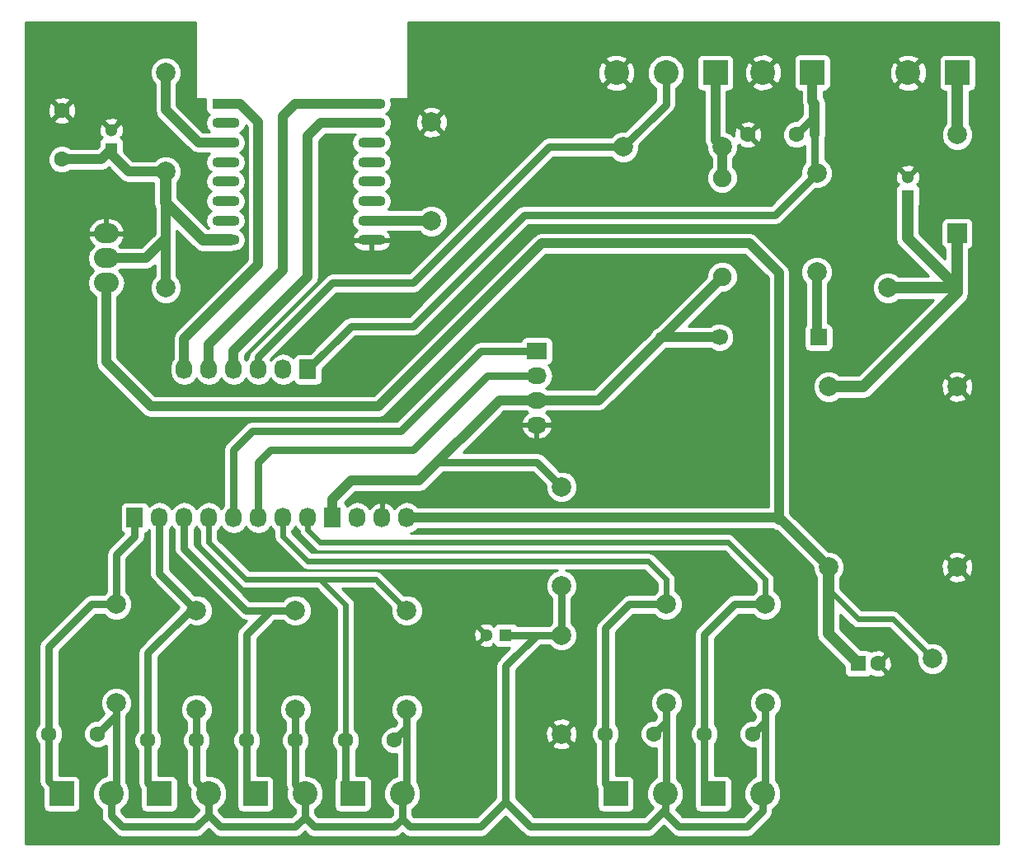
<source format=gbr>
G04 #@! TF.FileFunction,Copper,L2,Bot,Signal*
%FSLAX46Y46*%
G04 Gerber Fmt 4.6, Leading zero omitted, Abs format (unit mm)*
G04 Created by KiCad (PCBNEW 4.0.7-e2-6376~58~ubuntu16.04.1) date Fri Nov 17 11:26:19 2017*
%MOMM*%
%LPD*%
G01*
G04 APERTURE LIST*
%ADD10C,0.100000*%
%ADD11C,2.000000*%
%ADD12R,2.540000X2.540000*%
%ADD13C,2.540000*%
%ADD14C,1.998980*%
%ADD15R,1.727200X2.032000*%
%ADD16O,1.727200X2.032000*%
%ADD17O,2.540000X2.032000*%
%ADD18R,2.800000X1.100000*%
%ADD19O,2.800000X1.100000*%
%ADD20R,1.300000X1.300000*%
%ADD21C,1.300000*%
%ADD22R,2.000000X2.000000*%
%ADD23C,1.699260*%
%ADD24R,1.699260X1.699260*%
%ADD25R,2.032000X1.727200*%
%ADD26O,2.032000X1.727200*%
%ADD27C,1.600000*%
%ADD28R,1.600000X1.600000*%
%ADD29C,1.900000*%
%ADD30C,1.000000*%
%ADD31C,1.200000*%
%ADD32C,0.800000*%
%ADD33C,0.600000*%
%ADD34C,0.254000*%
G04 APERTURE END LIST*
D10*
D11*
X172212000Y-100330000D03*
X185420000Y-100330000D03*
X172212000Y-81788000D03*
X185420000Y-81788000D03*
D12*
X160360000Y-123600000D03*
D13*
X165440000Y-123600000D03*
D14*
X165735000Y-114300000D03*
X165735000Y-104140000D03*
D12*
X170540000Y-49500000D03*
D13*
X165460000Y-49500000D03*
D12*
X185465000Y-49525000D03*
D13*
X180385000Y-49525000D03*
D12*
X160580000Y-49525000D03*
D13*
X155500000Y-49525000D03*
X150420000Y-49525000D03*
D15*
X121285000Y-95250000D03*
D16*
X123825000Y-95250000D03*
X126365000Y-95250000D03*
X128905000Y-95250000D03*
D17*
X98044000Y-68580000D03*
X98044000Y-66040000D03*
X98044000Y-71120000D03*
D18*
X110300000Y-52700000D03*
D19*
X110300000Y-54700000D03*
X110300000Y-56700000D03*
X110300000Y-58700000D03*
X110300000Y-60700000D03*
X110300000Y-62700000D03*
X110300000Y-64700000D03*
X110300000Y-66700000D03*
X125300000Y-66700000D03*
X125300000Y-64700000D03*
X125300000Y-62700000D03*
X125300000Y-60700000D03*
X125300000Y-58700000D03*
X125300000Y-56700000D03*
X125300000Y-54700000D03*
X125300000Y-52700000D03*
D20*
X139065000Y-107315000D03*
D21*
X137065000Y-107315000D03*
D20*
X180340000Y-62230000D03*
D21*
X180340000Y-60230000D03*
D20*
X98552000Y-57404000D03*
D21*
X98552000Y-55404000D03*
D11*
X185417460Y-55879480D03*
D22*
X185417460Y-66039480D03*
D23*
X161035480Y-76710540D03*
D24*
X171195480Y-76710540D03*
D12*
X93460000Y-123600000D03*
D13*
X98540000Y-123600000D03*
D12*
X150360000Y-123600000D03*
D13*
X155440000Y-123600000D03*
D12*
X103460000Y-123600000D03*
D13*
X108540000Y-123600000D03*
D12*
X113360000Y-123600000D03*
D13*
X118440000Y-123600000D03*
D12*
X123360000Y-123600000D03*
D13*
X128440000Y-123600000D03*
D15*
X100965000Y-95250000D03*
D16*
X103505000Y-95250000D03*
X106045000Y-95250000D03*
X108585000Y-95250000D03*
X111125000Y-95250000D03*
X113665000Y-95250000D03*
X116205000Y-95250000D03*
X118745000Y-95250000D03*
D25*
X142240000Y-78105000D03*
D26*
X142240000Y-80645000D03*
X142240000Y-83185000D03*
X142240000Y-85725000D03*
D15*
X118745000Y-80010000D03*
D16*
X116205000Y-80010000D03*
X113665000Y-80010000D03*
X111125000Y-80010000D03*
X108585000Y-80010000D03*
X106045000Y-80010000D03*
D14*
X144780000Y-92075000D03*
X144780000Y-102235000D03*
X171000000Y-70000000D03*
X171000000Y-59840000D03*
X144780000Y-107315000D03*
X144780000Y-117475000D03*
X155575000Y-114300000D03*
X155575000Y-104140000D03*
X107315000Y-114935000D03*
X107315000Y-104775000D03*
X117475000Y-114935000D03*
X117475000Y-104775000D03*
X151130000Y-57150000D03*
X161290000Y-57150000D03*
X131445000Y-64770000D03*
X131445000Y-54610000D03*
X104140000Y-59690000D03*
X104140000Y-49530000D03*
X178308000Y-71628000D03*
X104140000Y-71628000D03*
X99060000Y-114300000D03*
X99060000Y-104140000D03*
X128905000Y-114935000D03*
X128905000Y-104775000D03*
D27*
X97155000Y-117475000D03*
X92155000Y-117475000D03*
X154305000Y-117475000D03*
X149305000Y-117475000D03*
X93472000Y-58420000D03*
X93472000Y-53420000D03*
X107315000Y-118110000D03*
X102315000Y-118110000D03*
X164465000Y-117475000D03*
X159465000Y-117475000D03*
X117475000Y-118110000D03*
X112475000Y-118110000D03*
X127635000Y-118110000D03*
X122635000Y-118110000D03*
X168910000Y-55880000D03*
X163910000Y-55880000D03*
D14*
X182880000Y-109728000D03*
D28*
X175260000Y-110236000D03*
D27*
X177260000Y-110236000D03*
D29*
X161290000Y-60325000D03*
X161290000Y-70485000D03*
D30*
X124800000Y-54700000D02*
X120105000Y-54700000D01*
X120105000Y-54700000D02*
X118745000Y-56060000D01*
X111125000Y-78105000D02*
X111125000Y-80010000D01*
X118745000Y-70485000D02*
X111125000Y-78105000D01*
X118745000Y-56060000D02*
X118745000Y-70485000D01*
X124800000Y-52700000D02*
X117480000Y-52700000D01*
X108585000Y-77470000D02*
X108585000Y-80010000D01*
X116205000Y-69850000D02*
X108585000Y-77470000D01*
X116205000Y-53975000D02*
X116205000Y-69850000D01*
X117480000Y-52700000D02*
X116205000Y-53975000D01*
X104140000Y-49530000D02*
X104140000Y-53340000D01*
X107500000Y-56700000D02*
X110800000Y-56700000D01*
X104140000Y-53340000D02*
X107500000Y-56700000D01*
X124800000Y-64700000D02*
X131375000Y-64700000D01*
X131375000Y-64700000D02*
X131445000Y-64770000D01*
X104140000Y-71628000D02*
X104140000Y-59690000D01*
X93472000Y-58420000D02*
X97536000Y-58420000D01*
X97536000Y-58420000D02*
X98552000Y-57404000D01*
X98552000Y-57404000D02*
X98552000Y-57912000D01*
X98552000Y-57912000D02*
X100330000Y-59690000D01*
X100330000Y-59690000D02*
X104140000Y-59690000D01*
X104140000Y-59690000D02*
X104140000Y-66548000D01*
X102108000Y-68580000D02*
X98044000Y-68580000D01*
X104140000Y-66548000D02*
X102108000Y-68580000D01*
X104140000Y-62865000D02*
X104140000Y-59690000D01*
D31*
X104140000Y-59690000D02*
X104140000Y-62865000D01*
X107975000Y-66700000D02*
X110800000Y-66700000D01*
X104140000Y-62865000D02*
X107975000Y-66700000D01*
X104130000Y-59700000D02*
X104140000Y-59690000D01*
D30*
X110650000Y-66600000D02*
X110750000Y-66700000D01*
D32*
X110650000Y-66600000D02*
X110750000Y-66700000D01*
D30*
X98044000Y-71120000D02*
X98044000Y-79248000D01*
X167132000Y-70104000D02*
X167132000Y-95250000D01*
X164084000Y-67056000D02*
X167132000Y-70104000D01*
X142748000Y-67056000D02*
X164084000Y-67056000D01*
X125984000Y-83820000D02*
X142748000Y-67056000D01*
X102616000Y-83820000D02*
X125984000Y-83820000D01*
X98044000Y-79248000D02*
X102616000Y-83820000D01*
D33*
X172212000Y-103124000D02*
X172720000Y-103124000D01*
X178816000Y-105664000D02*
X182880000Y-109728000D01*
X175260000Y-105664000D02*
X178816000Y-105664000D01*
X172720000Y-103124000D02*
X175260000Y-105664000D01*
D31*
X172212000Y-100330000D02*
X172212000Y-103124000D01*
X172212000Y-103124000D02*
X172212000Y-107188000D01*
X172212000Y-107188000D02*
X175260000Y-110236000D01*
D30*
X128905000Y-95250000D02*
X167132000Y-95250000D01*
X167132000Y-95250000D02*
X167132000Y-95504000D01*
X167132000Y-95504000D02*
X167132000Y-95250000D01*
X172212000Y-100330000D02*
X172466000Y-100330000D01*
X167132000Y-95250000D02*
X172212000Y-100330000D01*
X161035480Y-76710540D02*
X155064460Y-76710540D01*
X154940000Y-76708000D02*
X154940000Y-76835000D01*
X155061920Y-76708000D02*
X154940000Y-76708000D01*
X155064460Y-76710540D02*
X155061920Y-76708000D01*
D32*
X121285000Y-95250000D02*
X121285000Y-93345000D01*
X121285000Y-93345000D02*
X123190000Y-91440000D01*
X123190000Y-91440000D02*
X130175000Y-91440000D01*
X130175000Y-91440000D02*
X132080000Y-89535000D01*
X132080000Y-89535000D02*
X142240000Y-89535000D01*
X142240000Y-89535000D02*
X144780000Y-92075000D01*
D30*
X161290000Y-57150000D02*
X161290000Y-60325000D01*
X148590000Y-83185000D02*
X142240000Y-83185000D01*
X142240000Y-83185000D02*
X138430000Y-83185000D01*
X138430000Y-83185000D02*
X130175000Y-91440000D01*
X130175000Y-91440000D02*
X123190000Y-91440000D01*
X123190000Y-91440000D02*
X121285000Y-93345000D01*
X121285000Y-95250000D02*
X121285000Y-93345000D01*
X121285000Y-93345000D02*
X123190000Y-91440000D01*
X161290000Y-57150000D02*
X161290000Y-57785000D01*
X160580000Y-49525000D02*
X160580000Y-56440000D01*
X160580000Y-56440000D02*
X161290000Y-57150000D01*
X161290000Y-70485000D02*
X154940000Y-76835000D01*
X154940000Y-76835000D02*
X148590000Y-83185000D01*
D32*
X155500000Y-49525000D02*
X155500000Y-52780000D01*
X155500000Y-52780000D02*
X151130000Y-57150000D01*
X113665000Y-80010000D02*
X113665000Y-78740000D01*
X143510000Y-57150000D02*
X151130000Y-57150000D01*
X129540000Y-71120000D02*
X143510000Y-57150000D01*
X121285000Y-71120000D02*
X129540000Y-71120000D01*
X113665000Y-78740000D02*
X121285000Y-71120000D01*
D30*
X113665000Y-80010000D02*
X113665000Y-79375000D01*
X110800000Y-52700000D02*
X111755000Y-52700000D01*
X111755000Y-52700000D02*
X113665000Y-54610000D01*
X106045000Y-76835000D02*
X106045000Y-80010000D01*
X113665000Y-69215000D02*
X106045000Y-76835000D01*
X113665000Y-54610000D02*
X113665000Y-69215000D01*
D32*
X166705000Y-64135000D02*
X171000000Y-59840000D01*
X140970000Y-64135000D02*
X166705000Y-64135000D01*
X129540000Y-75565000D02*
X140970000Y-64135000D01*
X123190000Y-75565000D02*
X129540000Y-75565000D01*
X118745000Y-80010000D02*
X123190000Y-75565000D01*
X170540000Y-49500000D02*
X170540000Y-54250000D01*
X170540000Y-54250000D02*
X168910000Y-55880000D01*
X170815000Y-55880000D02*
X170815000Y-59655000D01*
X170815000Y-59655000D02*
X171000000Y-59840000D01*
D30*
X170540000Y-49500000D02*
X170540000Y-52430000D01*
X170815000Y-52705000D02*
X170815000Y-55880000D01*
X170540000Y-52430000D02*
X170815000Y-52705000D01*
D31*
X185465000Y-49525000D02*
X185465000Y-55831940D01*
X185465000Y-55831940D02*
X185417460Y-55879480D01*
D32*
X144780000Y-107315000D02*
X142240000Y-107315000D01*
X139065000Y-110490000D02*
X139065000Y-124460000D01*
X142240000Y-107315000D02*
X139065000Y-110490000D01*
X139065000Y-124460000D02*
X136525000Y-127000000D01*
X136525000Y-127000000D02*
X129245000Y-127000000D01*
X129245000Y-127000000D02*
X128440000Y-126195000D01*
X128440000Y-126195000D02*
X128440000Y-123600000D01*
X128905000Y-114935000D02*
X128905000Y-123135000D01*
X128905000Y-123135000D02*
X128440000Y-123600000D01*
X128905000Y-114935000D02*
X128905000Y-116840000D01*
X128905000Y-116840000D02*
X127635000Y-118110000D01*
X117475000Y-118110000D02*
X117475000Y-122635000D01*
X117475000Y-122635000D02*
X118440000Y-123600000D01*
X117475000Y-114935000D02*
X117475000Y-118110000D01*
X107315000Y-118110000D02*
X107315000Y-122375000D01*
X107315000Y-122375000D02*
X108540000Y-123600000D01*
X107315000Y-114935000D02*
X107315000Y-118110000D01*
X144780000Y-102235000D02*
X144780000Y-107315000D01*
X139065000Y-124460000D02*
X141605000Y-127000000D01*
X141605000Y-127000000D02*
X153670000Y-127000000D01*
X153670000Y-127000000D02*
X155440000Y-125230000D01*
X155440000Y-125230000D02*
X155440000Y-123600000D01*
X136525000Y-127000000D02*
X129245000Y-127000000D01*
X139065000Y-124460000D02*
X136525000Y-127000000D01*
X129245000Y-127000000D02*
X128440000Y-126195000D01*
X128440000Y-126195000D02*
X128440000Y-123600000D01*
X128440000Y-123600000D02*
X128440000Y-126195000D01*
X128440000Y-126195000D02*
X129245000Y-127000000D01*
X155440000Y-125595000D02*
X155440000Y-123600000D01*
X118440000Y-123600000D02*
X118440000Y-126060000D01*
X118440000Y-126060000D02*
X119380000Y-127000000D01*
X119380000Y-127000000D02*
X127635000Y-127000000D01*
X127635000Y-127000000D02*
X128440000Y-126195000D01*
X144780000Y-107315000D02*
X139065000Y-107315000D01*
X155440000Y-123600000D02*
X155440000Y-125595000D01*
X165440000Y-125390000D02*
X165440000Y-123600000D01*
X163830000Y-127000000D02*
X165440000Y-125390000D01*
X156845000Y-127000000D02*
X163830000Y-127000000D01*
X155440000Y-125595000D02*
X156845000Y-127000000D01*
X108540000Y-123600000D02*
X108540000Y-125775000D01*
X108540000Y-125775000D02*
X109765000Y-127000000D01*
X109765000Y-127000000D02*
X117475000Y-127000000D01*
X117475000Y-127000000D02*
X118440000Y-126035000D01*
X118440000Y-126035000D02*
X118440000Y-123600000D01*
X98540000Y-123600000D02*
X98540000Y-125845000D01*
X107315000Y-127000000D02*
X108540000Y-125775000D01*
X99695000Y-127000000D02*
X107315000Y-127000000D01*
X98540000Y-125845000D02*
X99695000Y-127000000D01*
X165735000Y-114300000D02*
X165735000Y-116205000D01*
X165735000Y-116205000D02*
X164465000Y-117475000D01*
X155575000Y-114300000D02*
X155575000Y-116205000D01*
X155575000Y-116205000D02*
X154305000Y-117475000D01*
X165735000Y-114300000D02*
X165735000Y-123305000D01*
X165735000Y-123305000D02*
X165440000Y-123600000D01*
X155575000Y-114300000D02*
X155575000Y-123465000D01*
X155575000Y-123465000D02*
X155440000Y-123600000D01*
X128905000Y-123135000D02*
X128440000Y-123600000D01*
X118745000Y-123295000D02*
X118440000Y-123600000D01*
X108585000Y-123555000D02*
X108540000Y-123600000D01*
X99060000Y-114300000D02*
X99060000Y-115570000D01*
X99060000Y-115570000D02*
X97155000Y-117475000D01*
X99060000Y-114300000D02*
X99060000Y-123080000D01*
X99060000Y-123080000D02*
X98540000Y-123600000D01*
D30*
X166000000Y-123040000D02*
X165440000Y-123600000D01*
D32*
X156000000Y-123040000D02*
X155440000Y-123600000D01*
D30*
X108540000Y-123600000D02*
X108540000Y-124505000D01*
X128440000Y-123600000D02*
X128440000Y-123995000D01*
X99000000Y-123140000D02*
X98540000Y-123600000D01*
X109000000Y-123140000D02*
X108540000Y-123600000D01*
X119000000Y-123040000D02*
X118440000Y-123600000D01*
X129000000Y-123040000D02*
X128440000Y-123600000D01*
D32*
X102315000Y-118110000D02*
X102315000Y-122455000D01*
X102315000Y-122455000D02*
X103460000Y-123600000D01*
X107315000Y-104775000D02*
X106680000Y-104775000D01*
X106680000Y-104775000D02*
X102315000Y-109140000D01*
X102315000Y-109140000D02*
X102315000Y-118110000D01*
X103505000Y-100965000D02*
X107315000Y-104775000D01*
X103505000Y-95250000D02*
X103505000Y-100965000D01*
D33*
X165735000Y-101600000D02*
X165735000Y-104140000D01*
X161925000Y-97790000D02*
X165735000Y-101600000D01*
X120015000Y-97790000D02*
X161925000Y-97790000D01*
D32*
X159465000Y-117475000D02*
X159465000Y-122705000D01*
X159465000Y-122705000D02*
X160360000Y-123600000D01*
X165735000Y-104140000D02*
X162560000Y-104140000D01*
X159465000Y-107235000D02*
X159465000Y-117475000D01*
X162560000Y-104140000D02*
X159465000Y-107235000D01*
D30*
X160250000Y-123490000D02*
X160360000Y-123600000D01*
D33*
X118745000Y-95250000D02*
X118745000Y-96520000D01*
X118745000Y-96520000D02*
X120015000Y-97790000D01*
D32*
X112475000Y-118110000D02*
X112475000Y-122715000D01*
X112475000Y-122715000D02*
X113360000Y-123600000D01*
X117475000Y-104775000D02*
X114935000Y-104775000D01*
X112475000Y-107235000D02*
X112475000Y-118110000D01*
X114935000Y-104775000D02*
X112475000Y-107235000D01*
X106045000Y-95250000D02*
X106045000Y-98425000D01*
X112395000Y-104775000D02*
X117475000Y-104775000D01*
X106045000Y-98425000D02*
X112395000Y-104775000D01*
X112475000Y-122715000D02*
X113360000Y-123600000D01*
D33*
X108585000Y-95250000D02*
X108585000Y-97790000D01*
X108585000Y-97790000D02*
X112395000Y-101600000D01*
X112395000Y-101600000D02*
X120015000Y-101600000D01*
X120015000Y-101600000D02*
X122635000Y-104220000D01*
X122635000Y-104220000D02*
X122635000Y-118110000D01*
X125730000Y-101600000D02*
X128905000Y-104775000D01*
X112395000Y-101600000D02*
X125730000Y-101600000D01*
X108585000Y-97790000D02*
X112395000Y-101600000D01*
D32*
X122635000Y-118110000D02*
X122635000Y-122875000D01*
X122635000Y-122875000D02*
X123360000Y-123600000D01*
X108585000Y-95250000D02*
X108585000Y-95885000D01*
X122635000Y-122875000D02*
X123360000Y-123600000D01*
X92155000Y-117475000D02*
X92155000Y-122295000D01*
X92155000Y-122295000D02*
X93460000Y-123600000D01*
X99060000Y-104140000D02*
X96520000Y-104140000D01*
X92155000Y-108505000D02*
X92155000Y-117475000D01*
X96520000Y-104140000D02*
X92155000Y-108505000D01*
X99060000Y-99060000D02*
X99060000Y-104140000D01*
X100965000Y-95250000D02*
X100965000Y-97155000D01*
X100965000Y-97155000D02*
X99060000Y-99060000D01*
D33*
X116205000Y-95250000D02*
X116205000Y-97155000D01*
X155575000Y-101600000D02*
X155575000Y-104140000D01*
X153670000Y-99695000D02*
X155575000Y-101600000D01*
X118745000Y-99695000D02*
X153670000Y-99695000D01*
X116205000Y-97155000D02*
X118745000Y-99695000D01*
D32*
X149305000Y-117475000D02*
X149305000Y-122545000D01*
X149305000Y-122545000D02*
X150360000Y-123600000D01*
X155575000Y-104140000D02*
X151765000Y-104140000D01*
X149305000Y-106600000D02*
X149305000Y-117475000D01*
X151765000Y-104140000D02*
X149305000Y-106600000D01*
D30*
X171000000Y-70000000D02*
X171000000Y-76515060D01*
X171000000Y-76515060D02*
X171195480Y-76710540D01*
D32*
X137160000Y-80645000D02*
X142240000Y-80645000D01*
X129540000Y-88265000D02*
X137160000Y-80645000D01*
X114935000Y-88265000D02*
X129540000Y-88265000D01*
X113665000Y-95250000D02*
X113665000Y-89535000D01*
X113665000Y-89535000D02*
X114935000Y-88265000D01*
X111125000Y-95250000D02*
X111125000Y-88265000D01*
X136525000Y-78105000D02*
X142240000Y-78105000D01*
X128270000Y-86360000D02*
X136525000Y-78105000D01*
X113030000Y-86360000D02*
X128270000Y-86360000D01*
X111125000Y-88265000D02*
X113030000Y-86360000D01*
D30*
X111125000Y-95250000D02*
X111125000Y-94615000D01*
D31*
X178308000Y-71628000D02*
X185414920Y-71628000D01*
X185414920Y-71628000D02*
X185417460Y-71625460D01*
X180340000Y-62230000D02*
X180340000Y-66548000D01*
X180340000Y-66548000D02*
X185417460Y-71625460D01*
X172212000Y-81788000D02*
X175768000Y-81788000D01*
X185417460Y-72138540D02*
X185417460Y-71625460D01*
X185417460Y-71625460D02*
X185417460Y-66039480D01*
X175768000Y-81788000D02*
X185417460Y-72138540D01*
D34*
G36*
X107188000Y-52070000D02*
X107196685Y-52116159D01*
X107223965Y-52158553D01*
X107265590Y-52186994D01*
X107315000Y-52197000D01*
X108252560Y-52197000D01*
X108252560Y-53250000D01*
X108296838Y-53485317D01*
X108435910Y-53701441D01*
X108622162Y-53828701D01*
X108572210Y-53862078D01*
X108315335Y-54246520D01*
X108225132Y-54700000D01*
X108315335Y-55153480D01*
X108572210Y-55537922D01*
X108612735Y-55565000D01*
X107970133Y-55565000D01*
X105275000Y-52869868D01*
X105275000Y-50706484D01*
X105524846Y-50457073D01*
X105774206Y-49856547D01*
X105774774Y-49206306D01*
X105526462Y-48605345D01*
X105067073Y-48145154D01*
X104466547Y-47895794D01*
X103816306Y-47895226D01*
X103215345Y-48143538D01*
X102755154Y-48602927D01*
X102505794Y-49203453D01*
X102505226Y-49853694D01*
X102753538Y-50454655D01*
X103005000Y-50706556D01*
X103005000Y-53340000D01*
X103091397Y-53774346D01*
X103144569Y-53853923D01*
X103337434Y-54142566D01*
X106697434Y-57502567D01*
X107065655Y-57748604D01*
X107500000Y-57835000D01*
X108612735Y-57835000D01*
X108572210Y-57862078D01*
X108315335Y-58246520D01*
X108225132Y-58700000D01*
X108315335Y-59153480D01*
X108572210Y-59537922D01*
X108814778Y-59700000D01*
X108572210Y-59862078D01*
X108315335Y-60246520D01*
X108225132Y-60700000D01*
X108315335Y-61153480D01*
X108572210Y-61537922D01*
X108814778Y-61700000D01*
X108572210Y-61862078D01*
X108315335Y-62246520D01*
X108225132Y-62700000D01*
X108315335Y-63153480D01*
X108572210Y-63537922D01*
X108814778Y-63700000D01*
X108572210Y-63862078D01*
X108315335Y-64246520D01*
X108225132Y-64700000D01*
X108315335Y-65153480D01*
X108523485Y-65465000D01*
X108486554Y-65465000D01*
X105375000Y-62353446D01*
X105375000Y-60766658D01*
X105524846Y-60617073D01*
X105774206Y-60016547D01*
X105774774Y-59366306D01*
X105526462Y-58765345D01*
X105067073Y-58305154D01*
X104466547Y-58055794D01*
X103816306Y-58055226D01*
X103215345Y-58303538D01*
X102963444Y-58555000D01*
X100800132Y-58555000D01*
X99849440Y-57604308D01*
X99849440Y-56754000D01*
X99805162Y-56518683D01*
X99666090Y-56302559D01*
X99552671Y-56225063D01*
X99451018Y-56123410D01*
X99681611Y-56067729D01*
X99849622Y-55584922D01*
X99820083Y-55074572D01*
X99681611Y-54740271D01*
X99451016Y-54684590D01*
X98731605Y-55404000D01*
X98745748Y-55418142D01*
X98566142Y-55597748D01*
X98552000Y-55583605D01*
X98537858Y-55597748D01*
X98358252Y-55418142D01*
X98372395Y-55404000D01*
X97652984Y-54684590D01*
X97422389Y-54740271D01*
X97254378Y-55223078D01*
X97283917Y-55733428D01*
X97422389Y-56067729D01*
X97652982Y-56123410D01*
X97551320Y-56225072D01*
X97450559Y-56289910D01*
X97305569Y-56502110D01*
X97254560Y-56754000D01*
X97254560Y-57096308D01*
X97065868Y-57285000D01*
X94366606Y-57285000D01*
X94285923Y-57204176D01*
X93758691Y-56985250D01*
X93187813Y-56984752D01*
X92660200Y-57202757D01*
X92256176Y-57606077D01*
X92037250Y-58133309D01*
X92036752Y-58704187D01*
X92254757Y-59231800D01*
X92658077Y-59635824D01*
X93185309Y-59854750D01*
X93756187Y-59855248D01*
X94283800Y-59637243D01*
X94366187Y-59555000D01*
X97536000Y-59555000D01*
X97970346Y-59468603D01*
X98289931Y-59255063D01*
X99527434Y-60492566D01*
X99895654Y-60738603D01*
X100330000Y-60825000D01*
X102905000Y-60825000D01*
X102905000Y-62865000D01*
X102999009Y-63337614D01*
X103005000Y-63346580D01*
X103005000Y-66077868D01*
X101637868Y-67445000D01*
X99524425Y-67445000D01*
X99502754Y-67412567D01*
X99328219Y-67295946D01*
X99555236Y-67117630D01*
X99871926Y-66554477D01*
X99903975Y-66422944D01*
X99784836Y-66167000D01*
X98171000Y-66167000D01*
X98171000Y-66187000D01*
X97917000Y-66187000D01*
X97917000Y-66167000D01*
X96303164Y-66167000D01*
X96184025Y-66422944D01*
X96216074Y-66554477D01*
X96532764Y-67117630D01*
X96759781Y-67295946D01*
X96585246Y-67412567D01*
X96227354Y-67948190D01*
X96101679Y-68580000D01*
X96227354Y-69211810D01*
X96585246Y-69747433D01*
X96738748Y-69850000D01*
X96585246Y-69952567D01*
X96227354Y-70488190D01*
X96101679Y-71120000D01*
X96227354Y-71751810D01*
X96585246Y-72287433D01*
X96909000Y-72503759D01*
X96909000Y-79248000D01*
X96995397Y-79682346D01*
X97149612Y-79913145D01*
X97241434Y-80050566D01*
X101813434Y-84622566D01*
X102181654Y-84868603D01*
X102616000Y-84955000D01*
X125984000Y-84955000D01*
X126418346Y-84868603D01*
X126786566Y-84622566D01*
X143218132Y-68191000D01*
X163613868Y-68191000D01*
X165997000Y-70574132D01*
X165997000Y-94115000D01*
X130037779Y-94115000D01*
X129964670Y-94005585D01*
X129478489Y-93680729D01*
X128905000Y-93566655D01*
X128331511Y-93680729D01*
X127845330Y-94005585D01*
X127638539Y-94315069D01*
X127267036Y-93899268D01*
X126739791Y-93645291D01*
X126724026Y-93642642D01*
X126492000Y-93763783D01*
X126492000Y-95123000D01*
X126512000Y-95123000D01*
X126512000Y-95377000D01*
X126492000Y-95377000D01*
X126492000Y-95397000D01*
X126238000Y-95397000D01*
X126238000Y-95377000D01*
X126218000Y-95377000D01*
X126218000Y-95123000D01*
X126238000Y-95123000D01*
X126238000Y-93763783D01*
X126005974Y-93642642D01*
X125990209Y-93645291D01*
X125462964Y-93899268D01*
X125091461Y-94315069D01*
X124884670Y-94005585D01*
X124398489Y-93680729D01*
X123825000Y-93566655D01*
X123251511Y-93680729D01*
X122765330Y-94005585D01*
X122755757Y-94019913D01*
X122751762Y-93998683D01*
X122612690Y-93782559D01*
X122517567Y-93717565D01*
X123660132Y-92575000D01*
X130175000Y-92575000D01*
X130609346Y-92488603D01*
X130977566Y-92242566D01*
X132650132Y-90570000D01*
X141811288Y-90570000D01*
X143145658Y-91904369D01*
X143145226Y-92398694D01*
X143393538Y-92999655D01*
X143852927Y-93459846D01*
X144453453Y-93709206D01*
X145103694Y-93709774D01*
X145704655Y-93461462D01*
X146164846Y-93002073D01*
X146414206Y-92401547D01*
X146414774Y-91751306D01*
X146166462Y-91150345D01*
X145707073Y-90690154D01*
X145106547Y-90440794D01*
X144609071Y-90440359D01*
X142971856Y-88803144D01*
X142636077Y-88578785D01*
X142240000Y-88499999D01*
X142239995Y-88500000D01*
X134720132Y-88500000D01*
X137136106Y-86084026D01*
X140632642Y-86084026D01*
X140635291Y-86099791D01*
X140889268Y-86627036D01*
X141325680Y-87016954D01*
X141878087Y-87210184D01*
X142113000Y-87065924D01*
X142113000Y-85852000D01*
X142367000Y-85852000D01*
X142367000Y-87065924D01*
X142601913Y-87210184D01*
X143154320Y-87016954D01*
X143590732Y-86627036D01*
X143844709Y-86099791D01*
X143847358Y-86084026D01*
X143726217Y-85852000D01*
X142367000Y-85852000D01*
X142113000Y-85852000D01*
X140753783Y-85852000D01*
X140632642Y-86084026D01*
X137136106Y-86084026D01*
X138900132Y-84320000D01*
X141108324Y-84320000D01*
X141305069Y-84451461D01*
X140889268Y-84822964D01*
X140635291Y-85350209D01*
X140632642Y-85365974D01*
X140753783Y-85598000D01*
X142113000Y-85598000D01*
X142113000Y-85578000D01*
X142367000Y-85578000D01*
X142367000Y-85598000D01*
X143726217Y-85598000D01*
X143847358Y-85365974D01*
X143844709Y-85350209D01*
X143590732Y-84822964D01*
X143174931Y-84451461D01*
X143371676Y-84320000D01*
X148590000Y-84320000D01*
X149024346Y-84233603D01*
X149392566Y-83987566D01*
X155534592Y-77845540D01*
X160070746Y-77845540D01*
X160193406Y-77968414D01*
X160738873Y-78194912D01*
X161329496Y-78195428D01*
X161875357Y-77969882D01*
X162293354Y-77552614D01*
X162519852Y-77007147D01*
X162520368Y-76416524D01*
X162294822Y-75870663D01*
X161877554Y-75452666D01*
X161332087Y-75226168D01*
X160741464Y-75225652D01*
X160195603Y-75451198D01*
X160071044Y-75575540D01*
X157804592Y-75575540D01*
X161310114Y-72070018D01*
X161603893Y-72070275D01*
X162186657Y-71829481D01*
X162632914Y-71384003D01*
X162874724Y-70801659D01*
X162875275Y-70171107D01*
X162634481Y-69588343D01*
X162189003Y-69142086D01*
X161606659Y-68900276D01*
X160976107Y-68899725D01*
X160393343Y-69140519D01*
X159947086Y-69585997D01*
X159705276Y-70168341D01*
X159705017Y-70464851D01*
X154511667Y-75658201D01*
X154505654Y-75659397D01*
X154137434Y-75905434D01*
X153891397Y-76273654D01*
X153890201Y-76279667D01*
X148119868Y-82050000D01*
X143371676Y-82050000D01*
X143169634Y-81915000D01*
X143484415Y-81704670D01*
X143809271Y-81218489D01*
X143923345Y-80645000D01*
X143809271Y-80071511D01*
X143484415Y-79585330D01*
X143470087Y-79575757D01*
X143491317Y-79571762D01*
X143707441Y-79432690D01*
X143852431Y-79220490D01*
X143903440Y-78968600D01*
X143903440Y-77241400D01*
X143859162Y-77006083D01*
X143720090Y-76789959D01*
X143507890Y-76644969D01*
X143256000Y-76593960D01*
X141224000Y-76593960D01*
X140988683Y-76638238D01*
X140772559Y-76777310D01*
X140627569Y-76989510D01*
X140611269Y-77070000D01*
X136525005Y-77070000D01*
X136525000Y-77069999D01*
X136128923Y-77148785D01*
X135793144Y-77373144D01*
X135793142Y-77373147D01*
X127841288Y-85325000D01*
X113030005Y-85325000D01*
X113030000Y-85324999D01*
X112633923Y-85403785D01*
X112298144Y-85628144D01*
X112298142Y-85628147D01*
X110393144Y-87533144D01*
X110168785Y-87868923D01*
X110089999Y-88265000D01*
X110090000Y-88265005D01*
X110090000Y-93989101D01*
X110065330Y-94005585D01*
X109855000Y-94320366D01*
X109644670Y-94005585D01*
X109158489Y-93680729D01*
X108585000Y-93566655D01*
X108011511Y-93680729D01*
X107525330Y-94005585D01*
X107315000Y-94320366D01*
X107104670Y-94005585D01*
X106618489Y-93680729D01*
X106045000Y-93566655D01*
X105471511Y-93680729D01*
X104985330Y-94005585D01*
X104775000Y-94320366D01*
X104564670Y-94005585D01*
X104078489Y-93680729D01*
X103505000Y-93566655D01*
X102931511Y-93680729D01*
X102445330Y-94005585D01*
X102435757Y-94019913D01*
X102431762Y-93998683D01*
X102292690Y-93782559D01*
X102080490Y-93637569D01*
X101828600Y-93586560D01*
X100101400Y-93586560D01*
X99866083Y-93630838D01*
X99649959Y-93769910D01*
X99504969Y-93982110D01*
X99453960Y-94234000D01*
X99453960Y-96266000D01*
X99498238Y-96501317D01*
X99637310Y-96717441D01*
X99816448Y-96839841D01*
X98328144Y-98328144D01*
X98103785Y-98663923D01*
X98024999Y-99060000D01*
X98025000Y-99060005D01*
X98025000Y-102863691D01*
X97783269Y-103105000D01*
X96520005Y-103105000D01*
X96520000Y-103104999D01*
X96123922Y-103183785D01*
X95989429Y-103273651D01*
X95788144Y-103408144D01*
X95788142Y-103408147D01*
X91423144Y-107773144D01*
X91198785Y-108108923D01*
X91119999Y-108505000D01*
X91120000Y-108505005D01*
X91120000Y-116480568D01*
X90939176Y-116661077D01*
X90720250Y-117188309D01*
X90719752Y-117759187D01*
X90937757Y-118286800D01*
X91120000Y-118469361D01*
X91120000Y-122294995D01*
X91119999Y-122295000D01*
X91198785Y-122691077D01*
X91423144Y-123026856D01*
X91542560Y-123146272D01*
X91542560Y-124870000D01*
X91586838Y-125105317D01*
X91725910Y-125321441D01*
X91938110Y-125466431D01*
X92190000Y-125517440D01*
X94730000Y-125517440D01*
X94965317Y-125473162D01*
X95181441Y-125334090D01*
X95326431Y-125121890D01*
X95377440Y-124870000D01*
X95377440Y-122330000D01*
X95333162Y-122094683D01*
X95194090Y-121878559D01*
X94981890Y-121733569D01*
X94730000Y-121682560D01*
X93190000Y-121682560D01*
X93190000Y-118469432D01*
X93370824Y-118288923D01*
X93589750Y-117761691D01*
X93590248Y-117190813D01*
X93372243Y-116663200D01*
X93190000Y-116480639D01*
X93190000Y-108933712D01*
X96948711Y-105175000D01*
X97783691Y-105175000D01*
X98132927Y-105524846D01*
X98733453Y-105774206D01*
X99383694Y-105774774D01*
X99984655Y-105526462D01*
X100444846Y-105067073D01*
X100694206Y-104466547D01*
X100694774Y-103816306D01*
X100446462Y-103215345D01*
X100095000Y-102863269D01*
X100095000Y-99488712D01*
X101696853Y-97886858D01*
X101696856Y-97886856D01*
X101921215Y-97551077D01*
X101953256Y-97389999D01*
X102000001Y-97155000D01*
X102000000Y-97154995D01*
X102000000Y-96881189D01*
X102063917Y-96869162D01*
X102280041Y-96730090D01*
X102425031Y-96517890D01*
X102433400Y-96476561D01*
X102445330Y-96494415D01*
X102470000Y-96510899D01*
X102470000Y-100964995D01*
X102469999Y-100965000D01*
X102548785Y-101361077D01*
X102773144Y-101696856D01*
X105533789Y-104457500D01*
X101583144Y-108408144D01*
X101358785Y-108743923D01*
X101279999Y-109140000D01*
X101280000Y-109140005D01*
X101280000Y-117115568D01*
X101099176Y-117296077D01*
X100880250Y-117823309D01*
X100879752Y-118394187D01*
X101097757Y-118921800D01*
X101280000Y-119104361D01*
X101280000Y-122454995D01*
X101279999Y-122455000D01*
X101358785Y-122851077D01*
X101542560Y-123126117D01*
X101542560Y-124870000D01*
X101586838Y-125105317D01*
X101725910Y-125321441D01*
X101938110Y-125466431D01*
X102190000Y-125517440D01*
X104730000Y-125517440D01*
X104965317Y-125473162D01*
X105181441Y-125334090D01*
X105326431Y-125121890D01*
X105377440Y-124870000D01*
X105377440Y-122330000D01*
X105333162Y-122094683D01*
X105194090Y-121878559D01*
X104981890Y-121733569D01*
X104730000Y-121682560D01*
X103350000Y-121682560D01*
X103350000Y-119104432D01*
X103530824Y-118923923D01*
X103749750Y-118396691D01*
X103750248Y-117825813D01*
X103532243Y-117298200D01*
X103350000Y-117115639D01*
X103350000Y-109568712D01*
X106650030Y-106268681D01*
X106988453Y-106409206D01*
X107638694Y-106409774D01*
X108239655Y-106161462D01*
X108699846Y-105702073D01*
X108949206Y-105101547D01*
X108949774Y-104451306D01*
X108701462Y-103850345D01*
X108242073Y-103390154D01*
X107641547Y-103140794D01*
X107144071Y-103140359D01*
X104540000Y-100536288D01*
X104540000Y-96510899D01*
X104564670Y-96494415D01*
X104775000Y-96179634D01*
X104985330Y-96494415D01*
X105010000Y-96510899D01*
X105010000Y-98424995D01*
X105009999Y-98425000D01*
X105088785Y-98821077D01*
X105313144Y-99156856D01*
X111663142Y-105506853D01*
X111663144Y-105506856D01*
X111951690Y-105699655D01*
X111998923Y-105731215D01*
X112395000Y-105810001D01*
X112395005Y-105810000D01*
X112436288Y-105810000D01*
X111743144Y-106503144D01*
X111518785Y-106838923D01*
X111439999Y-107235000D01*
X111440000Y-107235005D01*
X111440000Y-117115568D01*
X111259176Y-117296077D01*
X111040250Y-117823309D01*
X111039752Y-118394187D01*
X111257757Y-118921800D01*
X111440000Y-119104361D01*
X111440000Y-122714995D01*
X111439999Y-122715000D01*
X111442560Y-122727875D01*
X111442560Y-124870000D01*
X111486838Y-125105317D01*
X111625910Y-125321441D01*
X111838110Y-125466431D01*
X112090000Y-125517440D01*
X114630000Y-125517440D01*
X114865317Y-125473162D01*
X115081441Y-125334090D01*
X115226431Y-125121890D01*
X115277440Y-124870000D01*
X115277440Y-122330000D01*
X115233162Y-122094683D01*
X115094090Y-121878559D01*
X114881890Y-121733569D01*
X114630000Y-121682560D01*
X113510000Y-121682560D01*
X113510000Y-119104432D01*
X113690824Y-118923923D01*
X113909750Y-118396691D01*
X113910248Y-117825813D01*
X113692243Y-117298200D01*
X113510000Y-117115639D01*
X113510000Y-107663712D01*
X115363711Y-105810000D01*
X116198691Y-105810000D01*
X116547927Y-106159846D01*
X117148453Y-106409206D01*
X117798694Y-106409774D01*
X118399655Y-106161462D01*
X118859846Y-105702073D01*
X119109206Y-105101547D01*
X119109774Y-104451306D01*
X118861462Y-103850345D01*
X118402073Y-103390154D01*
X117801547Y-103140794D01*
X117151306Y-103140226D01*
X116550345Y-103388538D01*
X116198269Y-103740000D01*
X112823711Y-103740000D01*
X107080000Y-97996288D01*
X107080000Y-96510899D01*
X107104670Y-96494415D01*
X107315000Y-96179634D01*
X107525330Y-96494415D01*
X107650000Y-96577717D01*
X107650000Y-97790000D01*
X107721173Y-98147809D01*
X107923855Y-98451145D01*
X111733855Y-102261145D01*
X112037191Y-102463827D01*
X112395000Y-102535000D01*
X119627710Y-102535000D01*
X121700000Y-104607290D01*
X121700000Y-117015742D01*
X121419176Y-117296077D01*
X121200250Y-117823309D01*
X121199752Y-118394187D01*
X121417757Y-118921800D01*
X121600000Y-119104361D01*
X121600000Y-121922343D01*
X121493569Y-122078110D01*
X121442560Y-122330000D01*
X121442560Y-124870000D01*
X121486838Y-125105317D01*
X121625910Y-125321441D01*
X121838110Y-125466431D01*
X122090000Y-125517440D01*
X124630000Y-125517440D01*
X124865317Y-125473162D01*
X125081441Y-125334090D01*
X125226431Y-125121890D01*
X125277440Y-124870000D01*
X125277440Y-122330000D01*
X125233162Y-122094683D01*
X125094090Y-121878559D01*
X124881890Y-121733569D01*
X124630000Y-121682560D01*
X123670000Y-121682560D01*
X123670000Y-119104432D01*
X123850824Y-118923923D01*
X124069750Y-118396691D01*
X124070248Y-117825813D01*
X123852243Y-117298200D01*
X123570000Y-117015464D01*
X123570000Y-107134078D01*
X135767378Y-107134078D01*
X135796917Y-107644428D01*
X135935389Y-107978729D01*
X136165984Y-108034410D01*
X136885395Y-107315000D01*
X136165984Y-106595590D01*
X135935389Y-106651271D01*
X135767378Y-107134078D01*
X123570000Y-107134078D01*
X123570000Y-104220005D01*
X123570001Y-104220000D01*
X123498827Y-103862192D01*
X123498827Y-103862191D01*
X123296145Y-103558855D01*
X122272290Y-102535000D01*
X125342710Y-102535000D01*
X127270781Y-104463071D01*
X127270226Y-105098694D01*
X127518538Y-105699655D01*
X127977927Y-106159846D01*
X128578453Y-106409206D01*
X129228694Y-106409774D01*
X129829655Y-106161462D01*
X130289846Y-105702073D01*
X130539206Y-105101547D01*
X130539774Y-104451306D01*
X130291462Y-103850345D01*
X129832073Y-103390154D01*
X129231547Y-103140794D01*
X128592526Y-103140236D01*
X126391145Y-100938855D01*
X126087809Y-100736173D01*
X125730000Y-100665000D01*
X112782290Y-100665000D01*
X109520000Y-97402710D01*
X109520000Y-96577717D01*
X109644670Y-96494415D01*
X109855000Y-96179634D01*
X110065330Y-96494415D01*
X110551511Y-96819271D01*
X111125000Y-96933345D01*
X111698489Y-96819271D01*
X112184670Y-96494415D01*
X112395000Y-96179634D01*
X112605330Y-96494415D01*
X113091511Y-96819271D01*
X113665000Y-96933345D01*
X114238489Y-96819271D01*
X114724670Y-96494415D01*
X114935000Y-96179634D01*
X115145330Y-96494415D01*
X115270000Y-96577717D01*
X115270000Y-97155000D01*
X115341173Y-97512809D01*
X115543855Y-97816145D01*
X118083855Y-100356145D01*
X118387191Y-100558827D01*
X118745000Y-100630000D01*
X144384247Y-100630000D01*
X143855345Y-100848538D01*
X143395154Y-101307927D01*
X143145794Y-101908453D01*
X143145226Y-102558694D01*
X143393538Y-103159655D01*
X143745000Y-103511731D01*
X143745000Y-106038691D01*
X143503269Y-106280000D01*
X142240005Y-106280000D01*
X142240000Y-106279999D01*
X142239995Y-106280000D01*
X140221844Y-106280000D01*
X140179090Y-106213559D01*
X139966890Y-106068569D01*
X139715000Y-106017560D01*
X138415000Y-106017560D01*
X138179683Y-106061838D01*
X137963559Y-106200910D01*
X137886063Y-106314329D01*
X137784410Y-106415982D01*
X137728729Y-106185389D01*
X137245922Y-106017378D01*
X136735572Y-106046917D01*
X136401271Y-106185389D01*
X136345590Y-106415984D01*
X137065000Y-107135395D01*
X137079142Y-107121252D01*
X137258748Y-107300858D01*
X137244605Y-107315000D01*
X137258748Y-107329142D01*
X137079142Y-107508748D01*
X137065000Y-107494605D01*
X136345590Y-108214016D01*
X136401271Y-108444611D01*
X136884078Y-108612622D01*
X137394428Y-108583083D01*
X137728729Y-108444611D01*
X137784410Y-108214018D01*
X137886072Y-108315680D01*
X137950910Y-108416441D01*
X138163110Y-108561431D01*
X138415000Y-108612440D01*
X139478848Y-108612440D01*
X138333144Y-109758144D01*
X138108785Y-110093923D01*
X138029999Y-110490000D01*
X138030000Y-110490005D01*
X138030000Y-124031289D01*
X136096288Y-125965000D01*
X129673711Y-125965000D01*
X129475000Y-125766288D01*
X129475000Y-125233559D01*
X129517686Y-125215922D01*
X130054039Y-124680505D01*
X130344668Y-123980590D01*
X130345330Y-123222735D01*
X130055922Y-122522314D01*
X129940000Y-122406189D01*
X129940000Y-116840005D01*
X129940001Y-116840000D01*
X129940000Y-116839995D01*
X129940000Y-116211309D01*
X130289846Y-115862073D01*
X130539206Y-115261547D01*
X130539774Y-114611306D01*
X130291462Y-114010345D01*
X129832073Y-113550154D01*
X129231547Y-113300794D01*
X128581306Y-113300226D01*
X127980345Y-113548538D01*
X127520154Y-114007927D01*
X127270794Y-114608453D01*
X127270226Y-115258694D01*
X127518538Y-115859655D01*
X127870000Y-116211731D01*
X127870000Y-116411289D01*
X127606314Y-116674975D01*
X127350813Y-116674752D01*
X126823200Y-116892757D01*
X126419176Y-117296077D01*
X126200250Y-117823309D01*
X126199752Y-118394187D01*
X126417757Y-118921800D01*
X126821077Y-119325824D01*
X127348309Y-119544750D01*
X127870000Y-119545205D01*
X127870000Y-121774306D01*
X127362314Y-121984078D01*
X126825961Y-122519495D01*
X126535332Y-123219410D01*
X126534670Y-123977265D01*
X126824078Y-124677686D01*
X127359495Y-125214039D01*
X127405000Y-125232934D01*
X127405000Y-125766289D01*
X127206288Y-125965000D01*
X119808711Y-125965000D01*
X119475000Y-125631288D01*
X119475000Y-125233559D01*
X119517686Y-125215922D01*
X120054039Y-124680505D01*
X120344668Y-123980590D01*
X120345330Y-123222735D01*
X120055922Y-122522314D01*
X119865375Y-122331434D01*
X119802566Y-122237434D01*
X119709388Y-122175174D01*
X119520505Y-121985961D01*
X118820590Y-121695332D01*
X118510000Y-121695061D01*
X118510000Y-119104432D01*
X118690824Y-118923923D01*
X118909750Y-118396691D01*
X118910248Y-117825813D01*
X118692243Y-117298200D01*
X118510000Y-117115639D01*
X118510000Y-116211309D01*
X118859846Y-115862073D01*
X119109206Y-115261547D01*
X119109774Y-114611306D01*
X118861462Y-114010345D01*
X118402073Y-113550154D01*
X117801547Y-113300794D01*
X117151306Y-113300226D01*
X116550345Y-113548538D01*
X116090154Y-114007927D01*
X115840794Y-114608453D01*
X115840226Y-115258694D01*
X116088538Y-115859655D01*
X116440000Y-116211731D01*
X116440000Y-117115568D01*
X116259176Y-117296077D01*
X116040250Y-117823309D01*
X116039752Y-118394187D01*
X116257757Y-118921800D01*
X116440000Y-119104361D01*
X116440000Y-122634995D01*
X116439999Y-122635000D01*
X116518785Y-123031077D01*
X116577220Y-123118532D01*
X116535332Y-123219410D01*
X116534670Y-123977265D01*
X116824078Y-124677686D01*
X117359495Y-125214039D01*
X117405000Y-125232934D01*
X117405000Y-125606289D01*
X117046288Y-125965000D01*
X110193711Y-125965000D01*
X109575000Y-125346288D01*
X109575000Y-125233559D01*
X109617686Y-125215922D01*
X110154039Y-124680505D01*
X110444668Y-123980590D01*
X110445330Y-123222735D01*
X110155922Y-122522314D01*
X109620505Y-121985961D01*
X108920590Y-121695332D01*
X108350000Y-121694834D01*
X108350000Y-119104432D01*
X108530824Y-118923923D01*
X108749750Y-118396691D01*
X108750248Y-117825813D01*
X108532243Y-117298200D01*
X108350000Y-117115639D01*
X108350000Y-116211309D01*
X108699846Y-115862073D01*
X108949206Y-115261547D01*
X108949774Y-114611306D01*
X108701462Y-114010345D01*
X108242073Y-113550154D01*
X107641547Y-113300794D01*
X106991306Y-113300226D01*
X106390345Y-113548538D01*
X105930154Y-114007927D01*
X105680794Y-114608453D01*
X105680226Y-115258694D01*
X105928538Y-115859655D01*
X106280000Y-116211731D01*
X106280000Y-117115568D01*
X106099176Y-117296077D01*
X105880250Y-117823309D01*
X105879752Y-118394187D01*
X106097757Y-118921800D01*
X106280000Y-119104361D01*
X106280000Y-122374995D01*
X106279999Y-122375000D01*
X106358785Y-122771077D01*
X106583144Y-123106856D01*
X106653044Y-123176756D01*
X106635332Y-123219410D01*
X106634670Y-123977265D01*
X106924078Y-124677686D01*
X107459495Y-125214039D01*
X107505000Y-125232934D01*
X107505000Y-125346289D01*
X106886288Y-125965000D01*
X100123711Y-125965000D01*
X99575000Y-125416288D01*
X99575000Y-125233559D01*
X99617686Y-125215922D01*
X100154039Y-124680505D01*
X100444668Y-123980590D01*
X100445330Y-123222735D01*
X100155922Y-122522314D01*
X100095000Y-122461285D01*
X100095000Y-115576309D01*
X100444846Y-115227073D01*
X100694206Y-114626547D01*
X100694774Y-113976306D01*
X100446462Y-113375345D01*
X99987073Y-112915154D01*
X99386547Y-112665794D01*
X98736306Y-112665226D01*
X98135345Y-112913538D01*
X97675154Y-113372927D01*
X97425794Y-113973453D01*
X97425226Y-114623694D01*
X97673538Y-115224655D01*
X97807469Y-115358820D01*
X97126313Y-116039975D01*
X96870813Y-116039752D01*
X96343200Y-116257757D01*
X95939176Y-116661077D01*
X95720250Y-117188309D01*
X95719752Y-117759187D01*
X95937757Y-118286800D01*
X96341077Y-118690824D01*
X96868309Y-118909750D01*
X97439187Y-118910248D01*
X97966800Y-118692243D01*
X98025000Y-118634144D01*
X98025000Y-121751581D01*
X97462314Y-121984078D01*
X96925961Y-122519495D01*
X96635332Y-123219410D01*
X96634670Y-123977265D01*
X96924078Y-124677686D01*
X97459495Y-125214039D01*
X97505000Y-125232934D01*
X97505000Y-125844995D01*
X97504999Y-125845000D01*
X97583785Y-126241077D01*
X97808144Y-126576856D01*
X98963142Y-127731853D01*
X98963144Y-127731856D01*
X99298923Y-127956215D01*
X99695000Y-128035001D01*
X99695005Y-128035000D01*
X107314995Y-128035000D01*
X107315000Y-128035001D01*
X107711077Y-127956215D01*
X108046856Y-127731856D01*
X108540000Y-127238712D01*
X109033142Y-127731853D01*
X109033144Y-127731856D01*
X109368923Y-127956215D01*
X109765000Y-128035001D01*
X109765005Y-128035000D01*
X117474995Y-128035000D01*
X117475000Y-128035001D01*
X117871077Y-127956215D01*
X118206856Y-127731856D01*
X118427500Y-127511212D01*
X118648142Y-127731853D01*
X118648144Y-127731856D01*
X118983923Y-127956215D01*
X119380000Y-128035001D01*
X119380005Y-128035000D01*
X127634995Y-128035000D01*
X127635000Y-128035001D01*
X128031077Y-127956215D01*
X128366856Y-127731856D01*
X128440000Y-127658712D01*
X128513142Y-127731853D01*
X128513144Y-127731856D01*
X128848923Y-127956215D01*
X129245000Y-128035001D01*
X129245005Y-128035000D01*
X136524995Y-128035000D01*
X136525000Y-128035001D01*
X136921077Y-127956215D01*
X137256856Y-127731856D01*
X139065000Y-125923711D01*
X140873142Y-127731853D01*
X140873144Y-127731856D01*
X141074429Y-127866349D01*
X141208922Y-127956215D01*
X141605000Y-128035000D01*
X153669995Y-128035000D01*
X153670000Y-128035001D01*
X154066077Y-127956215D01*
X154401856Y-127731856D01*
X155257500Y-126876212D01*
X156113142Y-127731853D01*
X156113144Y-127731856D01*
X156448923Y-127956215D01*
X156845000Y-128035001D01*
X156845005Y-128035000D01*
X163829995Y-128035000D01*
X163830000Y-128035001D01*
X164226077Y-127956215D01*
X164561856Y-127731856D01*
X166171853Y-126121858D01*
X166171856Y-126121856D01*
X166396215Y-125786077D01*
X166425486Y-125638923D01*
X166475001Y-125390000D01*
X166475000Y-125389995D01*
X166475000Y-125233559D01*
X166517686Y-125215922D01*
X167054039Y-124680505D01*
X167344668Y-123980590D01*
X167345330Y-123222735D01*
X167055922Y-122522314D01*
X166865375Y-122331434D01*
X166802566Y-122237434D01*
X166770000Y-122215674D01*
X166770000Y-116205005D01*
X166770001Y-116205000D01*
X166770000Y-116204995D01*
X166770000Y-115576309D01*
X167119846Y-115227073D01*
X167369206Y-114626547D01*
X167369774Y-113976306D01*
X167121462Y-113375345D01*
X166662073Y-112915154D01*
X166061547Y-112665794D01*
X165411306Y-112665226D01*
X164810345Y-112913538D01*
X164350154Y-113372927D01*
X164100794Y-113973453D01*
X164100226Y-114623694D01*
X164348538Y-115224655D01*
X164700000Y-115576731D01*
X164700000Y-115776289D01*
X164436314Y-116039975D01*
X164180813Y-116039752D01*
X163653200Y-116257757D01*
X163249176Y-116661077D01*
X163030250Y-117188309D01*
X163029752Y-117759187D01*
X163247757Y-118286800D01*
X163651077Y-118690824D01*
X164178309Y-118909750D01*
X164700000Y-118910205D01*
X164700000Y-121844549D01*
X164362314Y-121984078D01*
X163825961Y-122519495D01*
X163535332Y-123219410D01*
X163534670Y-123977265D01*
X163824078Y-124677686D01*
X164255963Y-125110326D01*
X163401288Y-125965000D01*
X157273711Y-125965000D01*
X156521163Y-125212451D01*
X157054039Y-124680505D01*
X157344668Y-123980590D01*
X157345330Y-123222735D01*
X157055922Y-122522314D01*
X156610000Y-122075612D01*
X156610000Y-116205005D01*
X156610001Y-116205000D01*
X156610000Y-116204995D01*
X156610000Y-115576309D01*
X156959846Y-115227073D01*
X157209206Y-114626547D01*
X157209774Y-113976306D01*
X156961462Y-113375345D01*
X156502073Y-112915154D01*
X155901547Y-112665794D01*
X155251306Y-112665226D01*
X154650345Y-112913538D01*
X154190154Y-113372927D01*
X153940794Y-113973453D01*
X153940226Y-114623694D01*
X154188538Y-115224655D01*
X154540000Y-115576731D01*
X154540000Y-115776289D01*
X154276314Y-116039975D01*
X154020813Y-116039752D01*
X153493200Y-116257757D01*
X153089176Y-116661077D01*
X152870250Y-117188309D01*
X152869752Y-117759187D01*
X153087757Y-118286800D01*
X153491077Y-118690824D01*
X154018309Y-118909750D01*
X154540000Y-118910205D01*
X154540000Y-121910660D01*
X154362314Y-121984078D01*
X153825961Y-122519495D01*
X153535332Y-123219410D01*
X153534670Y-123977265D01*
X153824078Y-124677686D01*
X154176032Y-125030256D01*
X153241288Y-125965000D01*
X142033711Y-125965000D01*
X140100000Y-124031288D01*
X140100000Y-118627163D01*
X143807443Y-118627163D01*
X143906042Y-118893965D01*
X144515582Y-119120401D01*
X145165377Y-119096341D01*
X145653958Y-118893965D01*
X145752557Y-118627163D01*
X144780000Y-117654605D01*
X143807443Y-118627163D01*
X140100000Y-118627163D01*
X140100000Y-117210582D01*
X143134599Y-117210582D01*
X143158659Y-117860377D01*
X143361035Y-118348958D01*
X143627837Y-118447557D01*
X144600395Y-117475000D01*
X144959605Y-117475000D01*
X145932163Y-118447557D01*
X146198965Y-118348958D01*
X146425401Y-117739418D01*
X146401341Y-117089623D01*
X146198965Y-116601042D01*
X145932163Y-116502443D01*
X144959605Y-117475000D01*
X144600395Y-117475000D01*
X143627837Y-116502443D01*
X143361035Y-116601042D01*
X143134599Y-117210582D01*
X140100000Y-117210582D01*
X140100000Y-116322837D01*
X143807443Y-116322837D01*
X144780000Y-117295395D01*
X145752557Y-116322837D01*
X145653958Y-116056035D01*
X145044418Y-115829599D01*
X144394623Y-115853659D01*
X143906042Y-116056035D01*
X143807443Y-116322837D01*
X140100000Y-116322837D01*
X140100000Y-110918712D01*
X142668711Y-108350000D01*
X143503691Y-108350000D01*
X143852927Y-108699846D01*
X144453453Y-108949206D01*
X145103694Y-108949774D01*
X145704655Y-108701462D01*
X146164846Y-108242073D01*
X146414206Y-107641547D01*
X146414774Y-106991306D01*
X146166462Y-106390345D01*
X145815000Y-106038269D01*
X145815000Y-103511309D01*
X146164846Y-103162073D01*
X146414206Y-102561547D01*
X146414774Y-101911306D01*
X146166462Y-101310345D01*
X145707073Y-100850154D01*
X145176883Y-100630000D01*
X153282710Y-100630000D01*
X154640000Y-101987290D01*
X154640000Y-102763865D01*
X154298269Y-103105000D01*
X151765000Y-103105000D01*
X151368922Y-103183785D01*
X151234429Y-103273651D01*
X151033144Y-103408144D01*
X151033142Y-103408147D01*
X148573144Y-105868144D01*
X148348785Y-106203923D01*
X148269999Y-106600000D01*
X148270000Y-106600005D01*
X148270000Y-116480568D01*
X148089176Y-116661077D01*
X147870250Y-117188309D01*
X147869752Y-117759187D01*
X148087757Y-118286800D01*
X148270000Y-118469361D01*
X148270000Y-122544995D01*
X148269999Y-122545000D01*
X148348785Y-122941077D01*
X148442560Y-123081422D01*
X148442560Y-124870000D01*
X148486838Y-125105317D01*
X148625910Y-125321441D01*
X148838110Y-125466431D01*
X149090000Y-125517440D01*
X151630000Y-125517440D01*
X151865317Y-125473162D01*
X152081441Y-125334090D01*
X152226431Y-125121890D01*
X152277440Y-124870000D01*
X152277440Y-122330000D01*
X152233162Y-122094683D01*
X152094090Y-121878559D01*
X151881890Y-121733569D01*
X151630000Y-121682560D01*
X150340000Y-121682560D01*
X150340000Y-118469432D01*
X150520824Y-118288923D01*
X150739750Y-117761691D01*
X150740248Y-117190813D01*
X150522243Y-116663200D01*
X150340000Y-116480639D01*
X150340000Y-107028712D01*
X152193711Y-105175000D01*
X154298691Y-105175000D01*
X154647927Y-105524846D01*
X155248453Y-105774206D01*
X155898694Y-105774774D01*
X156499655Y-105526462D01*
X156959846Y-105067073D01*
X157209206Y-104466547D01*
X157209774Y-103816306D01*
X156961462Y-103215345D01*
X156510000Y-102763095D01*
X156510000Y-101600000D01*
X156438827Y-101242191D01*
X156236145Y-100938855D01*
X154331145Y-99033855D01*
X154027809Y-98831173D01*
X153670000Y-98760000D01*
X119132290Y-98760000D01*
X117140000Y-96767710D01*
X117140000Y-96577717D01*
X117264670Y-96494415D01*
X117475000Y-96179634D01*
X117685330Y-96494415D01*
X117823240Y-96586564D01*
X117881173Y-96877809D01*
X118083855Y-97181145D01*
X119353855Y-98451145D01*
X119657191Y-98653827D01*
X120015000Y-98725000D01*
X161537710Y-98725000D01*
X164800000Y-101987290D01*
X164800000Y-102763865D01*
X164458269Y-103105000D01*
X162560005Y-103105000D01*
X162560000Y-103104999D01*
X162163923Y-103183785D01*
X161828144Y-103408144D01*
X158733144Y-106503144D01*
X158508785Y-106838923D01*
X158429999Y-107235000D01*
X158430000Y-107235005D01*
X158430000Y-116480568D01*
X158249176Y-116661077D01*
X158030250Y-117188309D01*
X158029752Y-117759187D01*
X158247757Y-118286800D01*
X158430000Y-118469361D01*
X158430000Y-122704995D01*
X158429999Y-122705000D01*
X158442560Y-122768147D01*
X158442560Y-124870000D01*
X158486838Y-125105317D01*
X158625910Y-125321441D01*
X158838110Y-125466431D01*
X159090000Y-125517440D01*
X161630000Y-125517440D01*
X161865317Y-125473162D01*
X162081441Y-125334090D01*
X162226431Y-125121890D01*
X162277440Y-124870000D01*
X162277440Y-122330000D01*
X162233162Y-122094683D01*
X162094090Y-121878559D01*
X161881890Y-121733569D01*
X161630000Y-121682560D01*
X160500000Y-121682560D01*
X160500000Y-118469432D01*
X160680824Y-118288923D01*
X160899750Y-117761691D01*
X160900248Y-117190813D01*
X160682243Y-116663200D01*
X160500000Y-116480639D01*
X160500000Y-107663712D01*
X162988712Y-105175000D01*
X164458691Y-105175000D01*
X164807927Y-105524846D01*
X165408453Y-105774206D01*
X166058694Y-105774774D01*
X166659655Y-105526462D01*
X167119846Y-105067073D01*
X167369206Y-104466547D01*
X167369774Y-103816306D01*
X167121462Y-103215345D01*
X166670000Y-102763095D01*
X166670000Y-101600000D01*
X166598827Y-101242191D01*
X166396145Y-100938855D01*
X162586145Y-97128855D01*
X162282809Y-96926173D01*
X161925000Y-96855000D01*
X129298867Y-96855000D01*
X129478489Y-96819271D01*
X129964670Y-96494415D01*
X130037779Y-96385000D01*
X166446819Y-96385000D01*
X166697654Y-96552603D01*
X166862202Y-96585334D01*
X170577025Y-100300157D01*
X170576716Y-100653795D01*
X170825106Y-101254943D01*
X170977000Y-101407103D01*
X170977000Y-107188000D01*
X171071009Y-107660614D01*
X171338723Y-108061277D01*
X173812560Y-110535114D01*
X173812560Y-111036000D01*
X173856838Y-111271317D01*
X173995910Y-111487441D01*
X174208110Y-111632431D01*
X174460000Y-111683440D01*
X176060000Y-111683440D01*
X176295317Y-111639162D01*
X176511441Y-111500090D01*
X176515977Y-111493452D01*
X177043223Y-111682965D01*
X177613454Y-111655778D01*
X178014005Y-111489864D01*
X178088139Y-111243745D01*
X177260000Y-110415605D01*
X177245858Y-110429748D01*
X177066253Y-110250143D01*
X177080395Y-110236000D01*
X177439605Y-110236000D01*
X178267745Y-111064139D01*
X178513864Y-110990005D01*
X178706965Y-110452777D01*
X178679778Y-109882546D01*
X178513864Y-109481995D01*
X178267745Y-109407861D01*
X177439605Y-110236000D01*
X177080395Y-110236000D01*
X177066253Y-110221858D01*
X177245858Y-110042252D01*
X177260000Y-110056395D01*
X178088139Y-109228255D01*
X178014005Y-108982136D01*
X177476777Y-108789035D01*
X176906546Y-108816222D01*
X176515053Y-108978384D01*
X176311890Y-108839569D01*
X176060000Y-108788560D01*
X175559114Y-108788560D01*
X173447000Y-106676446D01*
X173447000Y-105173290D01*
X174598855Y-106325145D01*
X174902191Y-106527827D01*
X175260000Y-106599000D01*
X178428710Y-106599000D01*
X181245781Y-109416071D01*
X181245226Y-110051694D01*
X181493538Y-110652655D01*
X181952927Y-111112846D01*
X182553453Y-111362206D01*
X183203694Y-111362774D01*
X183804655Y-111114462D01*
X184264846Y-110655073D01*
X184514206Y-110054547D01*
X184514774Y-109404306D01*
X184266462Y-108803345D01*
X183807073Y-108343154D01*
X183206547Y-108093794D01*
X182567526Y-108093236D01*
X179477145Y-105002855D01*
X179173809Y-104800173D01*
X178816000Y-104729000D01*
X175647290Y-104729000D01*
X173447000Y-102528710D01*
X173447000Y-101482532D01*
X184447073Y-101482532D01*
X184545736Y-101749387D01*
X185155461Y-101975908D01*
X185805460Y-101951856D01*
X186294264Y-101749387D01*
X186392927Y-101482532D01*
X185420000Y-100509605D01*
X184447073Y-101482532D01*
X173447000Y-101482532D01*
X173447000Y-101407379D01*
X173597278Y-101257363D01*
X173846716Y-100656648D01*
X173847232Y-100065461D01*
X183774092Y-100065461D01*
X183798144Y-100715460D01*
X184000613Y-101204264D01*
X184267468Y-101302927D01*
X185240395Y-100330000D01*
X185599605Y-100330000D01*
X186572532Y-101302927D01*
X186839387Y-101204264D01*
X187065908Y-100594539D01*
X187041856Y-99944540D01*
X186839387Y-99455736D01*
X186572532Y-99357073D01*
X185599605Y-100330000D01*
X185240395Y-100330000D01*
X184267468Y-99357073D01*
X184000613Y-99455736D01*
X183774092Y-100065461D01*
X173847232Y-100065461D01*
X173847284Y-100006205D01*
X173598894Y-99405057D01*
X173371703Y-99177468D01*
X184447073Y-99177468D01*
X185420000Y-100150395D01*
X186392927Y-99177468D01*
X186294264Y-98910613D01*
X185684539Y-98684092D01*
X185034540Y-98708144D01*
X184545736Y-98910613D01*
X184447073Y-99177468D01*
X173371703Y-99177468D01*
X173139363Y-98944722D01*
X172538648Y-98695284D01*
X172182105Y-98694973D01*
X168267000Y-94779868D01*
X168267000Y-82111795D01*
X170576716Y-82111795D01*
X170825106Y-82712943D01*
X171284637Y-83173278D01*
X171885352Y-83422716D01*
X172535795Y-83423284D01*
X173136943Y-83174894D01*
X173289103Y-83023000D01*
X175768000Y-83023000D01*
X176182593Y-82940532D01*
X184447073Y-82940532D01*
X184545736Y-83207387D01*
X185155461Y-83433908D01*
X185805460Y-83409856D01*
X186294264Y-83207387D01*
X186392927Y-82940532D01*
X185420000Y-81967605D01*
X184447073Y-82940532D01*
X176182593Y-82940532D01*
X176240614Y-82928991D01*
X176641277Y-82661277D01*
X177779093Y-81523461D01*
X183774092Y-81523461D01*
X183798144Y-82173460D01*
X184000613Y-82662264D01*
X184267468Y-82760927D01*
X185240395Y-81788000D01*
X185599605Y-81788000D01*
X186572532Y-82760927D01*
X186839387Y-82662264D01*
X187065908Y-82052539D01*
X187041856Y-81402540D01*
X186839387Y-80913736D01*
X186572532Y-80815073D01*
X185599605Y-81788000D01*
X185240395Y-81788000D01*
X184267468Y-80815073D01*
X184000613Y-80913736D01*
X183774092Y-81523461D01*
X177779093Y-81523461D01*
X178667086Y-80635468D01*
X184447073Y-80635468D01*
X185420000Y-81608395D01*
X186392927Y-80635468D01*
X186294264Y-80368613D01*
X185684539Y-80142092D01*
X185034540Y-80166144D01*
X184545736Y-80368613D01*
X184447073Y-80635468D01*
X178667086Y-80635468D01*
X186290737Y-73011817D01*
X186558451Y-72611154D01*
X186652460Y-72138540D01*
X186652460Y-67642702D01*
X186652777Y-67642642D01*
X186868901Y-67503570D01*
X187013891Y-67291370D01*
X187064900Y-67039480D01*
X187064900Y-65039480D01*
X187020622Y-64804163D01*
X186881550Y-64588039D01*
X186669350Y-64443049D01*
X186417460Y-64392040D01*
X184417460Y-64392040D01*
X184182143Y-64436318D01*
X183966019Y-64575390D01*
X183821029Y-64787590D01*
X183770020Y-65039480D01*
X183770020Y-67039480D01*
X183814298Y-67274797D01*
X183953370Y-67490921D01*
X184165570Y-67635911D01*
X184182460Y-67639331D01*
X184182460Y-68643906D01*
X181575000Y-66036446D01*
X181575000Y-63148620D01*
X181586431Y-63131890D01*
X181637440Y-62880000D01*
X181637440Y-61580000D01*
X181593162Y-61344683D01*
X181454090Y-61128559D01*
X181340671Y-61051063D01*
X181239018Y-60949410D01*
X181469611Y-60893729D01*
X181637622Y-60410922D01*
X181608083Y-59900572D01*
X181469611Y-59566271D01*
X181239016Y-59510590D01*
X180519605Y-60230000D01*
X180533748Y-60244142D01*
X180354142Y-60423748D01*
X180340000Y-60409605D01*
X180325858Y-60423748D01*
X180146252Y-60244142D01*
X180160395Y-60230000D01*
X179440984Y-59510590D01*
X179210389Y-59566271D01*
X179042378Y-60049078D01*
X179071917Y-60559428D01*
X179210389Y-60893729D01*
X179440982Y-60949410D01*
X179339320Y-61051072D01*
X179238559Y-61115910D01*
X179093569Y-61328110D01*
X179042560Y-61580000D01*
X179042560Y-62880000D01*
X179086838Y-63115317D01*
X179105000Y-63143542D01*
X179105000Y-66548000D01*
X179199009Y-67020614D01*
X179466723Y-67421277D01*
X182438446Y-70393000D01*
X179384658Y-70393000D01*
X179235073Y-70243154D01*
X178634547Y-69993794D01*
X177984306Y-69993226D01*
X177383345Y-70241538D01*
X176923154Y-70700927D01*
X176673794Y-71301453D01*
X176673226Y-71951694D01*
X176921538Y-72552655D01*
X177380927Y-73012846D01*
X177981453Y-73262206D01*
X178631694Y-73262774D01*
X179232655Y-73014462D01*
X179384381Y-72863000D01*
X182946446Y-72863000D01*
X175256446Y-80553000D01*
X173289379Y-80553000D01*
X173139363Y-80402722D01*
X172538648Y-80153284D01*
X171888205Y-80152716D01*
X171287057Y-80401106D01*
X170826722Y-80860637D01*
X170577284Y-81461352D01*
X170576716Y-82111795D01*
X168267000Y-82111795D01*
X168267000Y-70323694D01*
X169365226Y-70323694D01*
X169613538Y-70924655D01*
X169865000Y-71176556D01*
X169865000Y-75439862D01*
X169749419Y-75609020D01*
X169698410Y-75860910D01*
X169698410Y-77560170D01*
X169742688Y-77795487D01*
X169881760Y-78011611D01*
X170093960Y-78156601D01*
X170345850Y-78207610D01*
X172045110Y-78207610D01*
X172280427Y-78163332D01*
X172496551Y-78024260D01*
X172641541Y-77812060D01*
X172692550Y-77560170D01*
X172692550Y-75860910D01*
X172648272Y-75625593D01*
X172509200Y-75409469D01*
X172297000Y-75264479D01*
X172135000Y-75231673D01*
X172135000Y-71176484D01*
X172384846Y-70927073D01*
X172634206Y-70326547D01*
X172634774Y-69676306D01*
X172386462Y-69075345D01*
X171927073Y-68615154D01*
X171326547Y-68365794D01*
X170676306Y-68365226D01*
X170075345Y-68613538D01*
X169615154Y-69072927D01*
X169365794Y-69673453D01*
X169365226Y-70323694D01*
X168267000Y-70323694D01*
X168267000Y-70104000D01*
X168180603Y-69669654D01*
X167934566Y-69301434D01*
X164886566Y-66253434D01*
X164847582Y-66227386D01*
X164518346Y-66007397D01*
X164084000Y-65921000D01*
X142748000Y-65921000D01*
X142313654Y-66007397D01*
X141984418Y-66227386D01*
X141945434Y-66253434D01*
X125513868Y-82685000D01*
X103086132Y-82685000D01*
X99179000Y-78777868D01*
X99179000Y-72503759D01*
X99502754Y-72287433D01*
X99860646Y-71751810D01*
X99986321Y-71120000D01*
X99860646Y-70488190D01*
X99502754Y-69952567D01*
X99349252Y-69850000D01*
X99502754Y-69747433D01*
X99524425Y-69715000D01*
X102108000Y-69715000D01*
X102542346Y-69628603D01*
X102910566Y-69382566D01*
X103005000Y-69288132D01*
X103005000Y-70451516D01*
X102755154Y-70700927D01*
X102505794Y-71301453D01*
X102505226Y-71951694D01*
X102753538Y-72552655D01*
X103212927Y-73012846D01*
X103813453Y-73262206D01*
X104463694Y-73262774D01*
X105064655Y-73014462D01*
X105524846Y-72555073D01*
X105774206Y-71954547D01*
X105774774Y-71304306D01*
X105526462Y-70703345D01*
X105275000Y-70451444D01*
X105275000Y-65746554D01*
X107101723Y-67573277D01*
X107502386Y-67840991D01*
X107975000Y-67935000D01*
X110800000Y-67935000D01*
X111051366Y-67885000D01*
X111189868Y-67885000D01*
X111643348Y-67794797D01*
X112027790Y-67537922D01*
X112284665Y-67153480D01*
X112374868Y-66700000D01*
X112284665Y-66246520D01*
X112027790Y-65862078D01*
X111785222Y-65700000D01*
X112027790Y-65537922D01*
X112284665Y-65153480D01*
X112374868Y-64700000D01*
X112284665Y-64246520D01*
X112027790Y-63862078D01*
X111785222Y-63700000D01*
X112027790Y-63537922D01*
X112284665Y-63153480D01*
X112374868Y-62700000D01*
X112284665Y-62246520D01*
X112027790Y-61862078D01*
X111785222Y-61700000D01*
X112027790Y-61537922D01*
X112284665Y-61153480D01*
X112374868Y-60700000D01*
X112284665Y-60246520D01*
X112027790Y-59862078D01*
X111785222Y-59700000D01*
X112027790Y-59537922D01*
X112284665Y-59153480D01*
X112374868Y-58700000D01*
X112284665Y-58246520D01*
X112027790Y-57862078D01*
X111785222Y-57700000D01*
X112027790Y-57537922D01*
X112284665Y-57153480D01*
X112374868Y-56700000D01*
X112284665Y-56246520D01*
X112027790Y-55862078D01*
X111785222Y-55700000D01*
X112027790Y-55537922D01*
X112284665Y-55153480D01*
X112337538Y-54887670D01*
X112530000Y-55080132D01*
X112530000Y-68744868D01*
X105242434Y-76032434D01*
X104996397Y-76400654D01*
X104910000Y-76835000D01*
X104910000Y-78878324D01*
X104660474Y-79251766D01*
X104546400Y-79825255D01*
X104546400Y-80194745D01*
X104660474Y-80768234D01*
X104985330Y-81254415D01*
X105471511Y-81579271D01*
X106045000Y-81693345D01*
X106618489Y-81579271D01*
X107104670Y-81254415D01*
X107315000Y-80939634D01*
X107525330Y-81254415D01*
X108011511Y-81579271D01*
X108585000Y-81693345D01*
X109158489Y-81579271D01*
X109644670Y-81254415D01*
X109855000Y-80939634D01*
X110065330Y-81254415D01*
X110551511Y-81579271D01*
X111125000Y-81693345D01*
X111698489Y-81579271D01*
X112184670Y-81254415D01*
X112395000Y-80939634D01*
X112605330Y-81254415D01*
X113091511Y-81579271D01*
X113665000Y-81693345D01*
X114238489Y-81579271D01*
X114724670Y-81254415D01*
X114935000Y-80939634D01*
X115145330Y-81254415D01*
X115631511Y-81579271D01*
X116205000Y-81693345D01*
X116778489Y-81579271D01*
X117264670Y-81254415D01*
X117274243Y-81240087D01*
X117278238Y-81261317D01*
X117417310Y-81477441D01*
X117629510Y-81622431D01*
X117881400Y-81673440D01*
X119608600Y-81673440D01*
X119843917Y-81629162D01*
X120060041Y-81490090D01*
X120205031Y-81277890D01*
X120256040Y-81026000D01*
X120256040Y-79962672D01*
X123618711Y-76600000D01*
X129539995Y-76600000D01*
X129540000Y-76600001D01*
X129936077Y-76521215D01*
X130271856Y-76296856D01*
X141398712Y-65170000D01*
X166704995Y-65170000D01*
X166705000Y-65170001D01*
X167101077Y-65091215D01*
X167436856Y-64866856D01*
X170829369Y-61474342D01*
X171323694Y-61474774D01*
X171924655Y-61226462D01*
X172384846Y-60767073D01*
X172634206Y-60166547D01*
X172634774Y-59516306D01*
X172558201Y-59330984D01*
X179620590Y-59330984D01*
X180340000Y-60050395D01*
X181059410Y-59330984D01*
X181003729Y-59100389D01*
X180520922Y-58932378D01*
X180010572Y-58961917D01*
X179676271Y-59100389D01*
X179620590Y-59330984D01*
X172558201Y-59330984D01*
X172386462Y-58915345D01*
X171927073Y-58455154D01*
X171850000Y-58423151D01*
X171850000Y-56334704D01*
X171863603Y-56314346D01*
X171950000Y-55880000D01*
X171950000Y-52705000D01*
X171863603Y-52270654D01*
X171675000Y-51988390D01*
X171675000Y-51417440D01*
X171810000Y-51417440D01*
X172045317Y-51373162D01*
X172261441Y-51234090D01*
X172406431Y-51021890D01*
X172436627Y-50872777D01*
X179216828Y-50872777D01*
X179348520Y-51167657D01*
X180056036Y-51439261D01*
X180813632Y-51419436D01*
X181421480Y-51167657D01*
X181553172Y-50872777D01*
X180385000Y-49704605D01*
X179216828Y-50872777D01*
X172436627Y-50872777D01*
X172457440Y-50770000D01*
X172457440Y-49196036D01*
X178470739Y-49196036D01*
X178490564Y-49953632D01*
X178742343Y-50561480D01*
X179037223Y-50693172D01*
X180205395Y-49525000D01*
X180564605Y-49525000D01*
X181732777Y-50693172D01*
X182027657Y-50561480D01*
X182299261Y-49853964D01*
X182279436Y-49096368D01*
X182027657Y-48488520D01*
X181732777Y-48356828D01*
X180564605Y-49525000D01*
X180205395Y-49525000D01*
X179037223Y-48356828D01*
X178742343Y-48488520D01*
X178470739Y-49196036D01*
X172457440Y-49196036D01*
X172457440Y-48230000D01*
X172447510Y-48177223D01*
X179216828Y-48177223D01*
X180385000Y-49345395D01*
X181475395Y-48255000D01*
X183547560Y-48255000D01*
X183547560Y-50795000D01*
X183591838Y-51030317D01*
X183730910Y-51246441D01*
X183943110Y-51391431D01*
X184195000Y-51442440D01*
X184230000Y-51442440D01*
X184230000Y-54754644D01*
X184032182Y-54952117D01*
X183782744Y-55552832D01*
X183782176Y-56203275D01*
X184030566Y-56804423D01*
X184490097Y-57264758D01*
X185090812Y-57514196D01*
X185741255Y-57514764D01*
X186342403Y-57266374D01*
X186802738Y-56806843D01*
X187052176Y-56206128D01*
X187052744Y-55555685D01*
X186804354Y-54954537D01*
X186700000Y-54850000D01*
X186700000Y-51442440D01*
X186735000Y-51442440D01*
X186970317Y-51398162D01*
X187186441Y-51259090D01*
X187331431Y-51046890D01*
X187382440Y-50795000D01*
X187382440Y-48255000D01*
X187338162Y-48019683D01*
X187199090Y-47803559D01*
X186986890Y-47658569D01*
X186735000Y-47607560D01*
X184195000Y-47607560D01*
X183959683Y-47651838D01*
X183743559Y-47790910D01*
X183598569Y-48003110D01*
X183547560Y-48255000D01*
X181475395Y-48255000D01*
X181553172Y-48177223D01*
X181421480Y-47882343D01*
X180713964Y-47610739D01*
X179956368Y-47630564D01*
X179348520Y-47882343D01*
X179216828Y-48177223D01*
X172447510Y-48177223D01*
X172413162Y-47994683D01*
X172274090Y-47778559D01*
X172061890Y-47633569D01*
X171810000Y-47582560D01*
X169270000Y-47582560D01*
X169034683Y-47626838D01*
X168818559Y-47765910D01*
X168673569Y-47978110D01*
X168622560Y-48230000D01*
X168622560Y-50770000D01*
X168666838Y-51005317D01*
X168805910Y-51221441D01*
X169018110Y-51366431D01*
X169270000Y-51417440D01*
X169405000Y-51417440D01*
X169405000Y-52430000D01*
X169491397Y-52864346D01*
X169505000Y-52884704D01*
X169505000Y-53821289D01*
X168881314Y-54444975D01*
X168625813Y-54444752D01*
X168098200Y-54662757D01*
X167694176Y-55066077D01*
X167475250Y-55593309D01*
X167474752Y-56164187D01*
X167692757Y-56691800D01*
X168096077Y-57095824D01*
X168623309Y-57314750D01*
X169194187Y-57315248D01*
X169721800Y-57097243D01*
X169780000Y-57039144D01*
X169780000Y-58748368D01*
X169615154Y-58912927D01*
X169365794Y-59513453D01*
X169365359Y-60010929D01*
X166276288Y-63100000D01*
X140970005Y-63100000D01*
X140970000Y-63099999D01*
X140573923Y-63178785D01*
X140238144Y-63403144D01*
X129111288Y-74530000D01*
X123190000Y-74530000D01*
X122793922Y-74608785D01*
X122659429Y-74698651D01*
X122458144Y-74833144D01*
X122458142Y-74833147D01*
X118944728Y-78346560D01*
X117881400Y-78346560D01*
X117646083Y-78390838D01*
X117429959Y-78529910D01*
X117284969Y-78742110D01*
X117276600Y-78783439D01*
X117264670Y-78765585D01*
X116778489Y-78440729D01*
X116205000Y-78326655D01*
X115631511Y-78440729D01*
X115145330Y-78765585D01*
X114935000Y-79080366D01*
X114876259Y-78992453D01*
X121713711Y-72155000D01*
X129539995Y-72155000D01*
X129540000Y-72155001D01*
X129936077Y-72076215D01*
X130271856Y-71851856D01*
X143938711Y-58185000D01*
X149853691Y-58185000D01*
X150202927Y-58534846D01*
X150803453Y-58784206D01*
X151453694Y-58784774D01*
X152054655Y-58536462D01*
X152514846Y-58077073D01*
X152764206Y-57476547D01*
X152764641Y-56979071D01*
X156231853Y-53511858D01*
X156231856Y-53511856D01*
X156406822Y-53250000D01*
X156456215Y-53176078D01*
X156535000Y-52780000D01*
X156535000Y-51158559D01*
X156577686Y-51140922D01*
X157114039Y-50605505D01*
X157404668Y-49905590D01*
X157405330Y-49147735D01*
X157115922Y-48447314D01*
X156923944Y-48255000D01*
X158662560Y-48255000D01*
X158662560Y-50795000D01*
X158706838Y-51030317D01*
X158845910Y-51246441D01*
X159058110Y-51391431D01*
X159310000Y-51442440D01*
X159445000Y-51442440D01*
X159445000Y-56440000D01*
X159531397Y-56874346D01*
X159655587Y-57060210D01*
X159655226Y-57473694D01*
X159903538Y-58074655D01*
X160155000Y-58326556D01*
X160155000Y-59218446D01*
X159947086Y-59425997D01*
X159705276Y-60008341D01*
X159704725Y-60638893D01*
X159945519Y-61221657D01*
X160390997Y-61667914D01*
X160973341Y-61909724D01*
X161603893Y-61910275D01*
X162186657Y-61669481D01*
X162632914Y-61224003D01*
X162874724Y-60641659D01*
X162875275Y-60011107D01*
X162634481Y-59428343D01*
X162425000Y-59218496D01*
X162425000Y-58326484D01*
X162674846Y-58077073D01*
X162924206Y-57476547D01*
X162924657Y-56960293D01*
X162966986Y-57002622D01*
X163081861Y-56887747D01*
X163155995Y-57133864D01*
X163693223Y-57326965D01*
X164263454Y-57299778D01*
X164664005Y-57133864D01*
X164738139Y-56887745D01*
X163910000Y-56059605D01*
X163895858Y-56073748D01*
X163716252Y-55894142D01*
X163730395Y-55880000D01*
X164089605Y-55880000D01*
X164917745Y-56708139D01*
X165163864Y-56634005D01*
X165356965Y-56096777D01*
X165329778Y-55526546D01*
X165163864Y-55125995D01*
X164917745Y-55051861D01*
X164089605Y-55880000D01*
X163730395Y-55880000D01*
X162902255Y-55051861D01*
X162656136Y-55125995D01*
X162463035Y-55663223D01*
X162480475Y-56029016D01*
X162217073Y-55765154D01*
X161715000Y-55556675D01*
X161715000Y-54872255D01*
X163081861Y-54872255D01*
X163910000Y-55700395D01*
X164738139Y-54872255D01*
X164664005Y-54626136D01*
X164126777Y-54433035D01*
X163556546Y-54460222D01*
X163155995Y-54626136D01*
X163081861Y-54872255D01*
X161715000Y-54872255D01*
X161715000Y-51442440D01*
X161850000Y-51442440D01*
X162085317Y-51398162D01*
X162301441Y-51259090D01*
X162446431Y-51046890D01*
X162486752Y-50847777D01*
X164291828Y-50847777D01*
X164423520Y-51142657D01*
X165131036Y-51414261D01*
X165888632Y-51394436D01*
X166496480Y-51142657D01*
X166628172Y-50847777D01*
X165460000Y-49679605D01*
X164291828Y-50847777D01*
X162486752Y-50847777D01*
X162497440Y-50795000D01*
X162497440Y-49171036D01*
X163545739Y-49171036D01*
X163565564Y-49928632D01*
X163817343Y-50536480D01*
X164112223Y-50668172D01*
X165280395Y-49500000D01*
X165639605Y-49500000D01*
X166807777Y-50668172D01*
X167102657Y-50536480D01*
X167374261Y-49828964D01*
X167354436Y-49071368D01*
X167102657Y-48463520D01*
X166807777Y-48331828D01*
X165639605Y-49500000D01*
X165280395Y-49500000D01*
X164112223Y-48331828D01*
X163817343Y-48463520D01*
X163545739Y-49171036D01*
X162497440Y-49171036D01*
X162497440Y-48255000D01*
X162478102Y-48152223D01*
X164291828Y-48152223D01*
X165460000Y-49320395D01*
X166628172Y-48152223D01*
X166496480Y-47857343D01*
X165788964Y-47585739D01*
X165031368Y-47605564D01*
X164423520Y-47857343D01*
X164291828Y-48152223D01*
X162478102Y-48152223D01*
X162453162Y-48019683D01*
X162314090Y-47803559D01*
X162101890Y-47658569D01*
X161850000Y-47607560D01*
X159310000Y-47607560D01*
X159074683Y-47651838D01*
X158858559Y-47790910D01*
X158713569Y-48003110D01*
X158662560Y-48255000D01*
X156923944Y-48255000D01*
X156580505Y-47910961D01*
X155880590Y-47620332D01*
X155122735Y-47619670D01*
X154422314Y-47909078D01*
X153885961Y-48444495D01*
X153595332Y-49144410D01*
X153594670Y-49902265D01*
X153884078Y-50602686D01*
X154419495Y-51139039D01*
X154465000Y-51157934D01*
X154465000Y-52351289D01*
X151300630Y-55515658D01*
X150806306Y-55515226D01*
X150205345Y-55763538D01*
X149853269Y-56115000D01*
X143510000Y-56115000D01*
X143113922Y-56193785D01*
X142979429Y-56283651D01*
X142778144Y-56418144D01*
X142778142Y-56418147D01*
X129111288Y-70085000D01*
X121285000Y-70085000D01*
X120888922Y-70163785D01*
X120788328Y-70231000D01*
X120553144Y-70388144D01*
X120553142Y-70388147D01*
X112933144Y-78008144D01*
X112708785Y-78343923D01*
X112629999Y-78740000D01*
X112630000Y-78740005D01*
X112630000Y-78749101D01*
X112605330Y-78765585D01*
X112395000Y-79080366D01*
X112260000Y-78878324D01*
X112260000Y-78575132D01*
X119547566Y-71287566D01*
X119793603Y-70919346D01*
X119817012Y-70801659D01*
X119880000Y-70485000D01*
X119880000Y-67009744D01*
X123306197Y-67009744D01*
X123306602Y-67036146D01*
X123522276Y-67448118D01*
X123879187Y-67746196D01*
X124323000Y-67885000D01*
X125173000Y-67885000D01*
X125173000Y-66827000D01*
X125427000Y-66827000D01*
X125427000Y-67885000D01*
X126277000Y-67885000D01*
X126720813Y-67746196D01*
X127077724Y-67448118D01*
X127293398Y-67036146D01*
X127293803Y-67009744D01*
X127168361Y-66827000D01*
X125427000Y-66827000D01*
X125173000Y-66827000D01*
X123431639Y-66827000D01*
X123306197Y-67009744D01*
X119880000Y-67009744D01*
X119880000Y-56530132D01*
X120575133Y-55835000D01*
X123612735Y-55835000D01*
X123572210Y-55862078D01*
X123315335Y-56246520D01*
X123225132Y-56700000D01*
X123315335Y-57153480D01*
X123572210Y-57537922D01*
X123814778Y-57700000D01*
X123572210Y-57862078D01*
X123315335Y-58246520D01*
X123225132Y-58700000D01*
X123315335Y-59153480D01*
X123572210Y-59537922D01*
X123814778Y-59700000D01*
X123572210Y-59862078D01*
X123315335Y-60246520D01*
X123225132Y-60700000D01*
X123315335Y-61153480D01*
X123572210Y-61537922D01*
X123814778Y-61700000D01*
X123572210Y-61862078D01*
X123315335Y-62246520D01*
X123225132Y-62700000D01*
X123315335Y-63153480D01*
X123572210Y-63537922D01*
X123814778Y-63700000D01*
X123572210Y-63862078D01*
X123315335Y-64246520D01*
X123225132Y-64700000D01*
X123315335Y-65153480D01*
X123572210Y-65537922D01*
X123819831Y-65703376D01*
X123522276Y-65951882D01*
X123306602Y-66363854D01*
X123306197Y-66390256D01*
X123431639Y-66573000D01*
X125173000Y-66573000D01*
X125173000Y-66553000D01*
X125427000Y-66553000D01*
X125427000Y-66573000D01*
X127168361Y-66573000D01*
X127293803Y-66390256D01*
X127293398Y-66363854D01*
X127077724Y-65951882D01*
X126937772Y-65835000D01*
X130198638Y-65835000D01*
X130517927Y-66154846D01*
X131118453Y-66404206D01*
X131768694Y-66404774D01*
X132369655Y-66156462D01*
X132829846Y-65697073D01*
X133079206Y-65096547D01*
X133079774Y-64446306D01*
X132831462Y-63845345D01*
X132372073Y-63385154D01*
X131771547Y-63135794D01*
X131121306Y-63135226D01*
X130520345Y-63383538D01*
X130338566Y-63565000D01*
X126987265Y-63565000D01*
X127027790Y-63537922D01*
X127284665Y-63153480D01*
X127374868Y-62700000D01*
X127284665Y-62246520D01*
X127027790Y-61862078D01*
X126785222Y-61700000D01*
X127027790Y-61537922D01*
X127284665Y-61153480D01*
X127374868Y-60700000D01*
X127284665Y-60246520D01*
X127027790Y-59862078D01*
X126785222Y-59700000D01*
X127027790Y-59537922D01*
X127284665Y-59153480D01*
X127374868Y-58700000D01*
X127284665Y-58246520D01*
X127027790Y-57862078D01*
X126785222Y-57700000D01*
X127027790Y-57537922D01*
X127284665Y-57153480D01*
X127374868Y-56700000D01*
X127284665Y-56246520D01*
X127027790Y-55862078D01*
X126878256Y-55762163D01*
X130472443Y-55762163D01*
X130571042Y-56028965D01*
X131180582Y-56255401D01*
X131830377Y-56231341D01*
X132318958Y-56028965D01*
X132417557Y-55762163D01*
X131445000Y-54789605D01*
X130472443Y-55762163D01*
X126878256Y-55762163D01*
X126785222Y-55700000D01*
X127027790Y-55537922D01*
X127284665Y-55153480D01*
X127374868Y-54700000D01*
X127304370Y-54345582D01*
X129799599Y-54345582D01*
X129823659Y-54995377D01*
X130026035Y-55483958D01*
X130292837Y-55582557D01*
X131265395Y-54610000D01*
X131624605Y-54610000D01*
X132597163Y-55582557D01*
X132863965Y-55483958D01*
X133090401Y-54874418D01*
X133066341Y-54224623D01*
X132863965Y-53736042D01*
X132597163Y-53637443D01*
X131624605Y-54610000D01*
X131265395Y-54610000D01*
X130292837Y-53637443D01*
X130026035Y-53736042D01*
X129799599Y-54345582D01*
X127304370Y-54345582D01*
X127284665Y-54246520D01*
X127027790Y-53862078D01*
X126785222Y-53700000D01*
X127027790Y-53537922D01*
X127081300Y-53457837D01*
X130472443Y-53457837D01*
X131445000Y-54430395D01*
X132417557Y-53457837D01*
X132318958Y-53191035D01*
X131709418Y-52964599D01*
X131059623Y-52988659D01*
X130571042Y-53191035D01*
X130472443Y-53457837D01*
X127081300Y-53457837D01*
X127284665Y-53153480D01*
X127374868Y-52700000D01*
X127284665Y-52246520D01*
X127251577Y-52197000D01*
X128905000Y-52197000D01*
X128951159Y-52188315D01*
X128993553Y-52161035D01*
X129021994Y-52119410D01*
X129032000Y-52070000D01*
X129032000Y-50872777D01*
X149251828Y-50872777D01*
X149383520Y-51167657D01*
X150091036Y-51439261D01*
X150848632Y-51419436D01*
X151456480Y-51167657D01*
X151588172Y-50872777D01*
X150420000Y-49704605D01*
X149251828Y-50872777D01*
X129032000Y-50872777D01*
X129032000Y-49196036D01*
X148505739Y-49196036D01*
X148525564Y-49953632D01*
X148777343Y-50561480D01*
X149072223Y-50693172D01*
X150240395Y-49525000D01*
X150599605Y-49525000D01*
X151767777Y-50693172D01*
X152062657Y-50561480D01*
X152334261Y-49853964D01*
X152314436Y-49096368D01*
X152062657Y-48488520D01*
X151767777Y-48356828D01*
X150599605Y-49525000D01*
X150240395Y-49525000D01*
X149072223Y-48356828D01*
X148777343Y-48488520D01*
X148505739Y-49196036D01*
X129032000Y-49196036D01*
X129032000Y-48177223D01*
X149251828Y-48177223D01*
X150420000Y-49345395D01*
X151588172Y-48177223D01*
X151456480Y-47882343D01*
X150748964Y-47610739D01*
X149991368Y-47630564D01*
X149383520Y-47882343D01*
X149251828Y-48177223D01*
X129032000Y-48177223D01*
X129032000Y-44310000D01*
X189690000Y-44310000D01*
X189690000Y-128790000D01*
X89762000Y-128790000D01*
X89762000Y-65657056D01*
X96184025Y-65657056D01*
X96303164Y-65913000D01*
X97917000Y-65913000D01*
X97917000Y-64389000D01*
X98171000Y-64389000D01*
X98171000Y-65913000D01*
X99784836Y-65913000D01*
X99903975Y-65657056D01*
X99871926Y-65525523D01*
X99555236Y-64962370D01*
X99047143Y-64563276D01*
X98425000Y-64389000D01*
X98171000Y-64389000D01*
X97917000Y-64389000D01*
X97663000Y-64389000D01*
X97040857Y-64563276D01*
X96532764Y-64962370D01*
X96216074Y-65525523D01*
X96184025Y-65657056D01*
X89762000Y-65657056D01*
X89762000Y-54427745D01*
X92643861Y-54427745D01*
X92717995Y-54673864D01*
X93255223Y-54866965D01*
X93825454Y-54839778D01*
X94226005Y-54673864D01*
X94276873Y-54504984D01*
X97832590Y-54504984D01*
X98552000Y-55224395D01*
X99271410Y-54504984D01*
X99215729Y-54274389D01*
X98732922Y-54106378D01*
X98222572Y-54135917D01*
X97888271Y-54274389D01*
X97832590Y-54504984D01*
X94276873Y-54504984D01*
X94300139Y-54427745D01*
X93472000Y-53599605D01*
X92643861Y-54427745D01*
X89762000Y-54427745D01*
X89762000Y-53203223D01*
X92025035Y-53203223D01*
X92052222Y-53773454D01*
X92218136Y-54174005D01*
X92464255Y-54248139D01*
X93292395Y-53420000D01*
X93651605Y-53420000D01*
X94479745Y-54248139D01*
X94725864Y-54174005D01*
X94918965Y-53636777D01*
X94891778Y-53066546D01*
X94725864Y-52665995D01*
X94479745Y-52591861D01*
X93651605Y-53420000D01*
X93292395Y-53420000D01*
X92464255Y-52591861D01*
X92218136Y-52665995D01*
X92025035Y-53203223D01*
X89762000Y-53203223D01*
X89762000Y-52412255D01*
X92643861Y-52412255D01*
X93472000Y-53240395D01*
X94300139Y-52412255D01*
X94226005Y-52166136D01*
X93688777Y-51973035D01*
X93118546Y-52000222D01*
X92717995Y-52166136D01*
X92643861Y-52412255D01*
X89762000Y-52412255D01*
X89762000Y-44310000D01*
X107188000Y-44310000D01*
X107188000Y-52070000D01*
X107188000Y-52070000D01*
G37*
X107188000Y-52070000D02*
X107196685Y-52116159D01*
X107223965Y-52158553D01*
X107265590Y-52186994D01*
X107315000Y-52197000D01*
X108252560Y-52197000D01*
X108252560Y-53250000D01*
X108296838Y-53485317D01*
X108435910Y-53701441D01*
X108622162Y-53828701D01*
X108572210Y-53862078D01*
X108315335Y-54246520D01*
X108225132Y-54700000D01*
X108315335Y-55153480D01*
X108572210Y-55537922D01*
X108612735Y-55565000D01*
X107970133Y-55565000D01*
X105275000Y-52869868D01*
X105275000Y-50706484D01*
X105524846Y-50457073D01*
X105774206Y-49856547D01*
X105774774Y-49206306D01*
X105526462Y-48605345D01*
X105067073Y-48145154D01*
X104466547Y-47895794D01*
X103816306Y-47895226D01*
X103215345Y-48143538D01*
X102755154Y-48602927D01*
X102505794Y-49203453D01*
X102505226Y-49853694D01*
X102753538Y-50454655D01*
X103005000Y-50706556D01*
X103005000Y-53340000D01*
X103091397Y-53774346D01*
X103144569Y-53853923D01*
X103337434Y-54142566D01*
X106697434Y-57502567D01*
X107065655Y-57748604D01*
X107500000Y-57835000D01*
X108612735Y-57835000D01*
X108572210Y-57862078D01*
X108315335Y-58246520D01*
X108225132Y-58700000D01*
X108315335Y-59153480D01*
X108572210Y-59537922D01*
X108814778Y-59700000D01*
X108572210Y-59862078D01*
X108315335Y-60246520D01*
X108225132Y-60700000D01*
X108315335Y-61153480D01*
X108572210Y-61537922D01*
X108814778Y-61700000D01*
X108572210Y-61862078D01*
X108315335Y-62246520D01*
X108225132Y-62700000D01*
X108315335Y-63153480D01*
X108572210Y-63537922D01*
X108814778Y-63700000D01*
X108572210Y-63862078D01*
X108315335Y-64246520D01*
X108225132Y-64700000D01*
X108315335Y-65153480D01*
X108523485Y-65465000D01*
X108486554Y-65465000D01*
X105375000Y-62353446D01*
X105375000Y-60766658D01*
X105524846Y-60617073D01*
X105774206Y-60016547D01*
X105774774Y-59366306D01*
X105526462Y-58765345D01*
X105067073Y-58305154D01*
X104466547Y-58055794D01*
X103816306Y-58055226D01*
X103215345Y-58303538D01*
X102963444Y-58555000D01*
X100800132Y-58555000D01*
X99849440Y-57604308D01*
X99849440Y-56754000D01*
X99805162Y-56518683D01*
X99666090Y-56302559D01*
X99552671Y-56225063D01*
X99451018Y-56123410D01*
X99681611Y-56067729D01*
X99849622Y-55584922D01*
X99820083Y-55074572D01*
X99681611Y-54740271D01*
X99451016Y-54684590D01*
X98731605Y-55404000D01*
X98745748Y-55418142D01*
X98566142Y-55597748D01*
X98552000Y-55583605D01*
X98537858Y-55597748D01*
X98358252Y-55418142D01*
X98372395Y-55404000D01*
X97652984Y-54684590D01*
X97422389Y-54740271D01*
X97254378Y-55223078D01*
X97283917Y-55733428D01*
X97422389Y-56067729D01*
X97652982Y-56123410D01*
X97551320Y-56225072D01*
X97450559Y-56289910D01*
X97305569Y-56502110D01*
X97254560Y-56754000D01*
X97254560Y-57096308D01*
X97065868Y-57285000D01*
X94366606Y-57285000D01*
X94285923Y-57204176D01*
X93758691Y-56985250D01*
X93187813Y-56984752D01*
X92660200Y-57202757D01*
X92256176Y-57606077D01*
X92037250Y-58133309D01*
X92036752Y-58704187D01*
X92254757Y-59231800D01*
X92658077Y-59635824D01*
X93185309Y-59854750D01*
X93756187Y-59855248D01*
X94283800Y-59637243D01*
X94366187Y-59555000D01*
X97536000Y-59555000D01*
X97970346Y-59468603D01*
X98289931Y-59255063D01*
X99527434Y-60492566D01*
X99895654Y-60738603D01*
X100330000Y-60825000D01*
X102905000Y-60825000D01*
X102905000Y-62865000D01*
X102999009Y-63337614D01*
X103005000Y-63346580D01*
X103005000Y-66077868D01*
X101637868Y-67445000D01*
X99524425Y-67445000D01*
X99502754Y-67412567D01*
X99328219Y-67295946D01*
X99555236Y-67117630D01*
X99871926Y-66554477D01*
X99903975Y-66422944D01*
X99784836Y-66167000D01*
X98171000Y-66167000D01*
X98171000Y-66187000D01*
X97917000Y-66187000D01*
X97917000Y-66167000D01*
X96303164Y-66167000D01*
X96184025Y-66422944D01*
X96216074Y-66554477D01*
X96532764Y-67117630D01*
X96759781Y-67295946D01*
X96585246Y-67412567D01*
X96227354Y-67948190D01*
X96101679Y-68580000D01*
X96227354Y-69211810D01*
X96585246Y-69747433D01*
X96738748Y-69850000D01*
X96585246Y-69952567D01*
X96227354Y-70488190D01*
X96101679Y-71120000D01*
X96227354Y-71751810D01*
X96585246Y-72287433D01*
X96909000Y-72503759D01*
X96909000Y-79248000D01*
X96995397Y-79682346D01*
X97149612Y-79913145D01*
X97241434Y-80050566D01*
X101813434Y-84622566D01*
X102181654Y-84868603D01*
X102616000Y-84955000D01*
X125984000Y-84955000D01*
X126418346Y-84868603D01*
X126786566Y-84622566D01*
X143218132Y-68191000D01*
X163613868Y-68191000D01*
X165997000Y-70574132D01*
X165997000Y-94115000D01*
X130037779Y-94115000D01*
X129964670Y-94005585D01*
X129478489Y-93680729D01*
X128905000Y-93566655D01*
X128331511Y-93680729D01*
X127845330Y-94005585D01*
X127638539Y-94315069D01*
X127267036Y-93899268D01*
X126739791Y-93645291D01*
X126724026Y-93642642D01*
X126492000Y-93763783D01*
X126492000Y-95123000D01*
X126512000Y-95123000D01*
X126512000Y-95377000D01*
X126492000Y-95377000D01*
X126492000Y-95397000D01*
X126238000Y-95397000D01*
X126238000Y-95377000D01*
X126218000Y-95377000D01*
X126218000Y-95123000D01*
X126238000Y-95123000D01*
X126238000Y-93763783D01*
X126005974Y-93642642D01*
X125990209Y-93645291D01*
X125462964Y-93899268D01*
X125091461Y-94315069D01*
X124884670Y-94005585D01*
X124398489Y-93680729D01*
X123825000Y-93566655D01*
X123251511Y-93680729D01*
X122765330Y-94005585D01*
X122755757Y-94019913D01*
X122751762Y-93998683D01*
X122612690Y-93782559D01*
X122517567Y-93717565D01*
X123660132Y-92575000D01*
X130175000Y-92575000D01*
X130609346Y-92488603D01*
X130977566Y-92242566D01*
X132650132Y-90570000D01*
X141811288Y-90570000D01*
X143145658Y-91904369D01*
X143145226Y-92398694D01*
X143393538Y-92999655D01*
X143852927Y-93459846D01*
X144453453Y-93709206D01*
X145103694Y-93709774D01*
X145704655Y-93461462D01*
X146164846Y-93002073D01*
X146414206Y-92401547D01*
X146414774Y-91751306D01*
X146166462Y-91150345D01*
X145707073Y-90690154D01*
X145106547Y-90440794D01*
X144609071Y-90440359D01*
X142971856Y-88803144D01*
X142636077Y-88578785D01*
X142240000Y-88499999D01*
X142239995Y-88500000D01*
X134720132Y-88500000D01*
X137136106Y-86084026D01*
X140632642Y-86084026D01*
X140635291Y-86099791D01*
X140889268Y-86627036D01*
X141325680Y-87016954D01*
X141878087Y-87210184D01*
X142113000Y-87065924D01*
X142113000Y-85852000D01*
X142367000Y-85852000D01*
X142367000Y-87065924D01*
X142601913Y-87210184D01*
X143154320Y-87016954D01*
X143590732Y-86627036D01*
X143844709Y-86099791D01*
X143847358Y-86084026D01*
X143726217Y-85852000D01*
X142367000Y-85852000D01*
X142113000Y-85852000D01*
X140753783Y-85852000D01*
X140632642Y-86084026D01*
X137136106Y-86084026D01*
X138900132Y-84320000D01*
X141108324Y-84320000D01*
X141305069Y-84451461D01*
X140889268Y-84822964D01*
X140635291Y-85350209D01*
X140632642Y-85365974D01*
X140753783Y-85598000D01*
X142113000Y-85598000D01*
X142113000Y-85578000D01*
X142367000Y-85578000D01*
X142367000Y-85598000D01*
X143726217Y-85598000D01*
X143847358Y-85365974D01*
X143844709Y-85350209D01*
X143590732Y-84822964D01*
X143174931Y-84451461D01*
X143371676Y-84320000D01*
X148590000Y-84320000D01*
X149024346Y-84233603D01*
X149392566Y-83987566D01*
X155534592Y-77845540D01*
X160070746Y-77845540D01*
X160193406Y-77968414D01*
X160738873Y-78194912D01*
X161329496Y-78195428D01*
X161875357Y-77969882D01*
X162293354Y-77552614D01*
X162519852Y-77007147D01*
X162520368Y-76416524D01*
X162294822Y-75870663D01*
X161877554Y-75452666D01*
X161332087Y-75226168D01*
X160741464Y-75225652D01*
X160195603Y-75451198D01*
X160071044Y-75575540D01*
X157804592Y-75575540D01*
X161310114Y-72070018D01*
X161603893Y-72070275D01*
X162186657Y-71829481D01*
X162632914Y-71384003D01*
X162874724Y-70801659D01*
X162875275Y-70171107D01*
X162634481Y-69588343D01*
X162189003Y-69142086D01*
X161606659Y-68900276D01*
X160976107Y-68899725D01*
X160393343Y-69140519D01*
X159947086Y-69585997D01*
X159705276Y-70168341D01*
X159705017Y-70464851D01*
X154511667Y-75658201D01*
X154505654Y-75659397D01*
X154137434Y-75905434D01*
X153891397Y-76273654D01*
X153890201Y-76279667D01*
X148119868Y-82050000D01*
X143371676Y-82050000D01*
X143169634Y-81915000D01*
X143484415Y-81704670D01*
X143809271Y-81218489D01*
X143923345Y-80645000D01*
X143809271Y-80071511D01*
X143484415Y-79585330D01*
X143470087Y-79575757D01*
X143491317Y-79571762D01*
X143707441Y-79432690D01*
X143852431Y-79220490D01*
X143903440Y-78968600D01*
X143903440Y-77241400D01*
X143859162Y-77006083D01*
X143720090Y-76789959D01*
X143507890Y-76644969D01*
X143256000Y-76593960D01*
X141224000Y-76593960D01*
X140988683Y-76638238D01*
X140772559Y-76777310D01*
X140627569Y-76989510D01*
X140611269Y-77070000D01*
X136525005Y-77070000D01*
X136525000Y-77069999D01*
X136128923Y-77148785D01*
X135793144Y-77373144D01*
X135793142Y-77373147D01*
X127841288Y-85325000D01*
X113030005Y-85325000D01*
X113030000Y-85324999D01*
X112633923Y-85403785D01*
X112298144Y-85628144D01*
X112298142Y-85628147D01*
X110393144Y-87533144D01*
X110168785Y-87868923D01*
X110089999Y-88265000D01*
X110090000Y-88265005D01*
X110090000Y-93989101D01*
X110065330Y-94005585D01*
X109855000Y-94320366D01*
X109644670Y-94005585D01*
X109158489Y-93680729D01*
X108585000Y-93566655D01*
X108011511Y-93680729D01*
X107525330Y-94005585D01*
X107315000Y-94320366D01*
X107104670Y-94005585D01*
X106618489Y-93680729D01*
X106045000Y-93566655D01*
X105471511Y-93680729D01*
X104985330Y-94005585D01*
X104775000Y-94320366D01*
X104564670Y-94005585D01*
X104078489Y-93680729D01*
X103505000Y-93566655D01*
X102931511Y-93680729D01*
X102445330Y-94005585D01*
X102435757Y-94019913D01*
X102431762Y-93998683D01*
X102292690Y-93782559D01*
X102080490Y-93637569D01*
X101828600Y-93586560D01*
X100101400Y-93586560D01*
X99866083Y-93630838D01*
X99649959Y-93769910D01*
X99504969Y-93982110D01*
X99453960Y-94234000D01*
X99453960Y-96266000D01*
X99498238Y-96501317D01*
X99637310Y-96717441D01*
X99816448Y-96839841D01*
X98328144Y-98328144D01*
X98103785Y-98663923D01*
X98024999Y-99060000D01*
X98025000Y-99060005D01*
X98025000Y-102863691D01*
X97783269Y-103105000D01*
X96520005Y-103105000D01*
X96520000Y-103104999D01*
X96123922Y-103183785D01*
X95989429Y-103273651D01*
X95788144Y-103408144D01*
X95788142Y-103408147D01*
X91423144Y-107773144D01*
X91198785Y-108108923D01*
X91119999Y-108505000D01*
X91120000Y-108505005D01*
X91120000Y-116480568D01*
X90939176Y-116661077D01*
X90720250Y-117188309D01*
X90719752Y-117759187D01*
X90937757Y-118286800D01*
X91120000Y-118469361D01*
X91120000Y-122294995D01*
X91119999Y-122295000D01*
X91198785Y-122691077D01*
X91423144Y-123026856D01*
X91542560Y-123146272D01*
X91542560Y-124870000D01*
X91586838Y-125105317D01*
X91725910Y-125321441D01*
X91938110Y-125466431D01*
X92190000Y-125517440D01*
X94730000Y-125517440D01*
X94965317Y-125473162D01*
X95181441Y-125334090D01*
X95326431Y-125121890D01*
X95377440Y-124870000D01*
X95377440Y-122330000D01*
X95333162Y-122094683D01*
X95194090Y-121878559D01*
X94981890Y-121733569D01*
X94730000Y-121682560D01*
X93190000Y-121682560D01*
X93190000Y-118469432D01*
X93370824Y-118288923D01*
X93589750Y-117761691D01*
X93590248Y-117190813D01*
X93372243Y-116663200D01*
X93190000Y-116480639D01*
X93190000Y-108933712D01*
X96948711Y-105175000D01*
X97783691Y-105175000D01*
X98132927Y-105524846D01*
X98733453Y-105774206D01*
X99383694Y-105774774D01*
X99984655Y-105526462D01*
X100444846Y-105067073D01*
X100694206Y-104466547D01*
X100694774Y-103816306D01*
X100446462Y-103215345D01*
X100095000Y-102863269D01*
X100095000Y-99488712D01*
X101696853Y-97886858D01*
X101696856Y-97886856D01*
X101921215Y-97551077D01*
X101953256Y-97389999D01*
X102000001Y-97155000D01*
X102000000Y-97154995D01*
X102000000Y-96881189D01*
X102063917Y-96869162D01*
X102280041Y-96730090D01*
X102425031Y-96517890D01*
X102433400Y-96476561D01*
X102445330Y-96494415D01*
X102470000Y-96510899D01*
X102470000Y-100964995D01*
X102469999Y-100965000D01*
X102548785Y-101361077D01*
X102773144Y-101696856D01*
X105533789Y-104457500D01*
X101583144Y-108408144D01*
X101358785Y-108743923D01*
X101279999Y-109140000D01*
X101280000Y-109140005D01*
X101280000Y-117115568D01*
X101099176Y-117296077D01*
X100880250Y-117823309D01*
X100879752Y-118394187D01*
X101097757Y-118921800D01*
X101280000Y-119104361D01*
X101280000Y-122454995D01*
X101279999Y-122455000D01*
X101358785Y-122851077D01*
X101542560Y-123126117D01*
X101542560Y-124870000D01*
X101586838Y-125105317D01*
X101725910Y-125321441D01*
X101938110Y-125466431D01*
X102190000Y-125517440D01*
X104730000Y-125517440D01*
X104965317Y-125473162D01*
X105181441Y-125334090D01*
X105326431Y-125121890D01*
X105377440Y-124870000D01*
X105377440Y-122330000D01*
X105333162Y-122094683D01*
X105194090Y-121878559D01*
X104981890Y-121733569D01*
X104730000Y-121682560D01*
X103350000Y-121682560D01*
X103350000Y-119104432D01*
X103530824Y-118923923D01*
X103749750Y-118396691D01*
X103750248Y-117825813D01*
X103532243Y-117298200D01*
X103350000Y-117115639D01*
X103350000Y-109568712D01*
X106650030Y-106268681D01*
X106988453Y-106409206D01*
X107638694Y-106409774D01*
X108239655Y-106161462D01*
X108699846Y-105702073D01*
X108949206Y-105101547D01*
X108949774Y-104451306D01*
X108701462Y-103850345D01*
X108242073Y-103390154D01*
X107641547Y-103140794D01*
X107144071Y-103140359D01*
X104540000Y-100536288D01*
X104540000Y-96510899D01*
X104564670Y-96494415D01*
X104775000Y-96179634D01*
X104985330Y-96494415D01*
X105010000Y-96510899D01*
X105010000Y-98424995D01*
X105009999Y-98425000D01*
X105088785Y-98821077D01*
X105313144Y-99156856D01*
X111663142Y-105506853D01*
X111663144Y-105506856D01*
X111951690Y-105699655D01*
X111998923Y-105731215D01*
X112395000Y-105810001D01*
X112395005Y-105810000D01*
X112436288Y-105810000D01*
X111743144Y-106503144D01*
X111518785Y-106838923D01*
X111439999Y-107235000D01*
X111440000Y-107235005D01*
X111440000Y-117115568D01*
X111259176Y-117296077D01*
X111040250Y-117823309D01*
X111039752Y-118394187D01*
X111257757Y-118921800D01*
X111440000Y-119104361D01*
X111440000Y-122714995D01*
X111439999Y-122715000D01*
X111442560Y-122727875D01*
X111442560Y-124870000D01*
X111486838Y-125105317D01*
X111625910Y-125321441D01*
X111838110Y-125466431D01*
X112090000Y-125517440D01*
X114630000Y-125517440D01*
X114865317Y-125473162D01*
X115081441Y-125334090D01*
X115226431Y-125121890D01*
X115277440Y-124870000D01*
X115277440Y-122330000D01*
X115233162Y-122094683D01*
X115094090Y-121878559D01*
X114881890Y-121733569D01*
X114630000Y-121682560D01*
X113510000Y-121682560D01*
X113510000Y-119104432D01*
X113690824Y-118923923D01*
X113909750Y-118396691D01*
X113910248Y-117825813D01*
X113692243Y-117298200D01*
X113510000Y-117115639D01*
X113510000Y-107663712D01*
X115363711Y-105810000D01*
X116198691Y-105810000D01*
X116547927Y-106159846D01*
X117148453Y-106409206D01*
X117798694Y-106409774D01*
X118399655Y-106161462D01*
X118859846Y-105702073D01*
X119109206Y-105101547D01*
X119109774Y-104451306D01*
X118861462Y-103850345D01*
X118402073Y-103390154D01*
X117801547Y-103140794D01*
X117151306Y-103140226D01*
X116550345Y-103388538D01*
X116198269Y-103740000D01*
X112823711Y-103740000D01*
X107080000Y-97996288D01*
X107080000Y-96510899D01*
X107104670Y-96494415D01*
X107315000Y-96179634D01*
X107525330Y-96494415D01*
X107650000Y-96577717D01*
X107650000Y-97790000D01*
X107721173Y-98147809D01*
X107923855Y-98451145D01*
X111733855Y-102261145D01*
X112037191Y-102463827D01*
X112395000Y-102535000D01*
X119627710Y-102535000D01*
X121700000Y-104607290D01*
X121700000Y-117015742D01*
X121419176Y-117296077D01*
X121200250Y-117823309D01*
X121199752Y-118394187D01*
X121417757Y-118921800D01*
X121600000Y-119104361D01*
X121600000Y-121922343D01*
X121493569Y-122078110D01*
X121442560Y-122330000D01*
X121442560Y-124870000D01*
X121486838Y-125105317D01*
X121625910Y-125321441D01*
X121838110Y-125466431D01*
X122090000Y-125517440D01*
X124630000Y-125517440D01*
X124865317Y-125473162D01*
X125081441Y-125334090D01*
X125226431Y-125121890D01*
X125277440Y-124870000D01*
X125277440Y-122330000D01*
X125233162Y-122094683D01*
X125094090Y-121878559D01*
X124881890Y-121733569D01*
X124630000Y-121682560D01*
X123670000Y-121682560D01*
X123670000Y-119104432D01*
X123850824Y-118923923D01*
X124069750Y-118396691D01*
X124070248Y-117825813D01*
X123852243Y-117298200D01*
X123570000Y-117015464D01*
X123570000Y-107134078D01*
X135767378Y-107134078D01*
X135796917Y-107644428D01*
X135935389Y-107978729D01*
X136165984Y-108034410D01*
X136885395Y-107315000D01*
X136165984Y-106595590D01*
X135935389Y-106651271D01*
X135767378Y-107134078D01*
X123570000Y-107134078D01*
X123570000Y-104220005D01*
X123570001Y-104220000D01*
X123498827Y-103862192D01*
X123498827Y-103862191D01*
X123296145Y-103558855D01*
X122272290Y-102535000D01*
X125342710Y-102535000D01*
X127270781Y-104463071D01*
X127270226Y-105098694D01*
X127518538Y-105699655D01*
X127977927Y-106159846D01*
X128578453Y-106409206D01*
X129228694Y-106409774D01*
X129829655Y-106161462D01*
X130289846Y-105702073D01*
X130539206Y-105101547D01*
X130539774Y-104451306D01*
X130291462Y-103850345D01*
X129832073Y-103390154D01*
X129231547Y-103140794D01*
X128592526Y-103140236D01*
X126391145Y-100938855D01*
X126087809Y-100736173D01*
X125730000Y-100665000D01*
X112782290Y-100665000D01*
X109520000Y-97402710D01*
X109520000Y-96577717D01*
X109644670Y-96494415D01*
X109855000Y-96179634D01*
X110065330Y-96494415D01*
X110551511Y-96819271D01*
X111125000Y-96933345D01*
X111698489Y-96819271D01*
X112184670Y-96494415D01*
X112395000Y-96179634D01*
X112605330Y-96494415D01*
X113091511Y-96819271D01*
X113665000Y-96933345D01*
X114238489Y-96819271D01*
X114724670Y-96494415D01*
X114935000Y-96179634D01*
X115145330Y-96494415D01*
X115270000Y-96577717D01*
X115270000Y-97155000D01*
X115341173Y-97512809D01*
X115543855Y-97816145D01*
X118083855Y-100356145D01*
X118387191Y-100558827D01*
X118745000Y-100630000D01*
X144384247Y-100630000D01*
X143855345Y-100848538D01*
X143395154Y-101307927D01*
X143145794Y-101908453D01*
X143145226Y-102558694D01*
X143393538Y-103159655D01*
X143745000Y-103511731D01*
X143745000Y-106038691D01*
X143503269Y-106280000D01*
X142240005Y-106280000D01*
X142240000Y-106279999D01*
X142239995Y-106280000D01*
X140221844Y-106280000D01*
X140179090Y-106213559D01*
X139966890Y-106068569D01*
X139715000Y-106017560D01*
X138415000Y-106017560D01*
X138179683Y-106061838D01*
X137963559Y-106200910D01*
X137886063Y-106314329D01*
X137784410Y-106415982D01*
X137728729Y-106185389D01*
X137245922Y-106017378D01*
X136735572Y-106046917D01*
X136401271Y-106185389D01*
X136345590Y-106415984D01*
X137065000Y-107135395D01*
X137079142Y-107121252D01*
X137258748Y-107300858D01*
X137244605Y-107315000D01*
X137258748Y-107329142D01*
X137079142Y-107508748D01*
X137065000Y-107494605D01*
X136345590Y-108214016D01*
X136401271Y-108444611D01*
X136884078Y-108612622D01*
X137394428Y-108583083D01*
X137728729Y-108444611D01*
X137784410Y-108214018D01*
X137886072Y-108315680D01*
X137950910Y-108416441D01*
X138163110Y-108561431D01*
X138415000Y-108612440D01*
X139478848Y-108612440D01*
X138333144Y-109758144D01*
X138108785Y-110093923D01*
X138029999Y-110490000D01*
X138030000Y-110490005D01*
X138030000Y-124031289D01*
X136096288Y-125965000D01*
X129673711Y-125965000D01*
X129475000Y-125766288D01*
X129475000Y-125233559D01*
X129517686Y-125215922D01*
X130054039Y-124680505D01*
X130344668Y-123980590D01*
X130345330Y-123222735D01*
X130055922Y-122522314D01*
X129940000Y-122406189D01*
X129940000Y-116840005D01*
X129940001Y-116840000D01*
X129940000Y-116839995D01*
X129940000Y-116211309D01*
X130289846Y-115862073D01*
X130539206Y-115261547D01*
X130539774Y-114611306D01*
X130291462Y-114010345D01*
X129832073Y-113550154D01*
X129231547Y-113300794D01*
X128581306Y-113300226D01*
X127980345Y-113548538D01*
X127520154Y-114007927D01*
X127270794Y-114608453D01*
X127270226Y-115258694D01*
X127518538Y-115859655D01*
X127870000Y-116211731D01*
X127870000Y-116411289D01*
X127606314Y-116674975D01*
X127350813Y-116674752D01*
X126823200Y-116892757D01*
X126419176Y-117296077D01*
X126200250Y-117823309D01*
X126199752Y-118394187D01*
X126417757Y-118921800D01*
X126821077Y-119325824D01*
X127348309Y-119544750D01*
X127870000Y-119545205D01*
X127870000Y-121774306D01*
X127362314Y-121984078D01*
X126825961Y-122519495D01*
X126535332Y-123219410D01*
X126534670Y-123977265D01*
X126824078Y-124677686D01*
X127359495Y-125214039D01*
X127405000Y-125232934D01*
X127405000Y-125766289D01*
X127206288Y-125965000D01*
X119808711Y-125965000D01*
X119475000Y-125631288D01*
X119475000Y-125233559D01*
X119517686Y-125215922D01*
X120054039Y-124680505D01*
X120344668Y-123980590D01*
X120345330Y-123222735D01*
X120055922Y-122522314D01*
X119865375Y-122331434D01*
X119802566Y-122237434D01*
X119709388Y-122175174D01*
X119520505Y-121985961D01*
X118820590Y-121695332D01*
X118510000Y-121695061D01*
X118510000Y-119104432D01*
X118690824Y-118923923D01*
X118909750Y-118396691D01*
X118910248Y-117825813D01*
X118692243Y-117298200D01*
X118510000Y-117115639D01*
X118510000Y-116211309D01*
X118859846Y-115862073D01*
X119109206Y-115261547D01*
X119109774Y-114611306D01*
X118861462Y-114010345D01*
X118402073Y-113550154D01*
X117801547Y-113300794D01*
X117151306Y-113300226D01*
X116550345Y-113548538D01*
X116090154Y-114007927D01*
X115840794Y-114608453D01*
X115840226Y-115258694D01*
X116088538Y-115859655D01*
X116440000Y-116211731D01*
X116440000Y-117115568D01*
X116259176Y-117296077D01*
X116040250Y-117823309D01*
X116039752Y-118394187D01*
X116257757Y-118921800D01*
X116440000Y-119104361D01*
X116440000Y-122634995D01*
X116439999Y-122635000D01*
X116518785Y-123031077D01*
X116577220Y-123118532D01*
X116535332Y-123219410D01*
X116534670Y-123977265D01*
X116824078Y-124677686D01*
X117359495Y-125214039D01*
X117405000Y-125232934D01*
X117405000Y-125606289D01*
X117046288Y-125965000D01*
X110193711Y-125965000D01*
X109575000Y-125346288D01*
X109575000Y-125233559D01*
X109617686Y-125215922D01*
X110154039Y-124680505D01*
X110444668Y-123980590D01*
X110445330Y-123222735D01*
X110155922Y-122522314D01*
X109620505Y-121985961D01*
X108920590Y-121695332D01*
X108350000Y-121694834D01*
X108350000Y-119104432D01*
X108530824Y-118923923D01*
X108749750Y-118396691D01*
X108750248Y-117825813D01*
X108532243Y-117298200D01*
X108350000Y-117115639D01*
X108350000Y-116211309D01*
X108699846Y-115862073D01*
X108949206Y-115261547D01*
X108949774Y-114611306D01*
X108701462Y-114010345D01*
X108242073Y-113550154D01*
X107641547Y-113300794D01*
X106991306Y-113300226D01*
X106390345Y-113548538D01*
X105930154Y-114007927D01*
X105680794Y-114608453D01*
X105680226Y-115258694D01*
X105928538Y-115859655D01*
X106280000Y-116211731D01*
X106280000Y-117115568D01*
X106099176Y-117296077D01*
X105880250Y-117823309D01*
X105879752Y-118394187D01*
X106097757Y-118921800D01*
X106280000Y-119104361D01*
X106280000Y-122374995D01*
X106279999Y-122375000D01*
X106358785Y-122771077D01*
X106583144Y-123106856D01*
X106653044Y-123176756D01*
X106635332Y-123219410D01*
X106634670Y-123977265D01*
X106924078Y-124677686D01*
X107459495Y-125214039D01*
X107505000Y-125232934D01*
X107505000Y-125346289D01*
X106886288Y-125965000D01*
X100123711Y-125965000D01*
X99575000Y-125416288D01*
X99575000Y-125233559D01*
X99617686Y-125215922D01*
X100154039Y-124680505D01*
X100444668Y-123980590D01*
X100445330Y-123222735D01*
X100155922Y-122522314D01*
X100095000Y-122461285D01*
X100095000Y-115576309D01*
X100444846Y-115227073D01*
X100694206Y-114626547D01*
X100694774Y-113976306D01*
X100446462Y-113375345D01*
X99987073Y-112915154D01*
X99386547Y-112665794D01*
X98736306Y-112665226D01*
X98135345Y-112913538D01*
X97675154Y-113372927D01*
X97425794Y-113973453D01*
X97425226Y-114623694D01*
X97673538Y-115224655D01*
X97807469Y-115358820D01*
X97126313Y-116039975D01*
X96870813Y-116039752D01*
X96343200Y-116257757D01*
X95939176Y-116661077D01*
X95720250Y-117188309D01*
X95719752Y-117759187D01*
X95937757Y-118286800D01*
X96341077Y-118690824D01*
X96868309Y-118909750D01*
X97439187Y-118910248D01*
X97966800Y-118692243D01*
X98025000Y-118634144D01*
X98025000Y-121751581D01*
X97462314Y-121984078D01*
X96925961Y-122519495D01*
X96635332Y-123219410D01*
X96634670Y-123977265D01*
X96924078Y-124677686D01*
X97459495Y-125214039D01*
X97505000Y-125232934D01*
X97505000Y-125844995D01*
X97504999Y-125845000D01*
X97583785Y-126241077D01*
X97808144Y-126576856D01*
X98963142Y-127731853D01*
X98963144Y-127731856D01*
X99298923Y-127956215D01*
X99695000Y-128035001D01*
X99695005Y-128035000D01*
X107314995Y-128035000D01*
X107315000Y-128035001D01*
X107711077Y-127956215D01*
X108046856Y-127731856D01*
X108540000Y-127238712D01*
X109033142Y-127731853D01*
X109033144Y-127731856D01*
X109368923Y-127956215D01*
X109765000Y-128035001D01*
X109765005Y-128035000D01*
X117474995Y-128035000D01*
X117475000Y-128035001D01*
X117871077Y-127956215D01*
X118206856Y-127731856D01*
X118427500Y-127511212D01*
X118648142Y-127731853D01*
X118648144Y-127731856D01*
X118983923Y-127956215D01*
X119380000Y-128035001D01*
X119380005Y-128035000D01*
X127634995Y-128035000D01*
X127635000Y-128035001D01*
X128031077Y-127956215D01*
X128366856Y-127731856D01*
X128440000Y-127658712D01*
X128513142Y-127731853D01*
X128513144Y-127731856D01*
X128848923Y-127956215D01*
X129245000Y-128035001D01*
X129245005Y-128035000D01*
X136524995Y-128035000D01*
X136525000Y-128035001D01*
X136921077Y-127956215D01*
X137256856Y-127731856D01*
X139065000Y-125923711D01*
X140873142Y-127731853D01*
X140873144Y-127731856D01*
X141074429Y-127866349D01*
X141208922Y-127956215D01*
X141605000Y-128035000D01*
X153669995Y-128035000D01*
X153670000Y-128035001D01*
X154066077Y-127956215D01*
X154401856Y-127731856D01*
X155257500Y-126876212D01*
X156113142Y-127731853D01*
X156113144Y-127731856D01*
X156448923Y-127956215D01*
X156845000Y-128035001D01*
X156845005Y-128035000D01*
X163829995Y-128035000D01*
X163830000Y-128035001D01*
X164226077Y-127956215D01*
X164561856Y-127731856D01*
X166171853Y-126121858D01*
X166171856Y-126121856D01*
X166396215Y-125786077D01*
X166425486Y-125638923D01*
X166475001Y-125390000D01*
X166475000Y-125389995D01*
X166475000Y-125233559D01*
X166517686Y-125215922D01*
X167054039Y-124680505D01*
X167344668Y-123980590D01*
X167345330Y-123222735D01*
X167055922Y-122522314D01*
X166865375Y-122331434D01*
X166802566Y-122237434D01*
X166770000Y-122215674D01*
X166770000Y-116205005D01*
X166770001Y-116205000D01*
X166770000Y-116204995D01*
X166770000Y-115576309D01*
X167119846Y-115227073D01*
X167369206Y-114626547D01*
X167369774Y-113976306D01*
X167121462Y-113375345D01*
X166662073Y-112915154D01*
X166061547Y-112665794D01*
X165411306Y-112665226D01*
X164810345Y-112913538D01*
X164350154Y-113372927D01*
X164100794Y-113973453D01*
X164100226Y-114623694D01*
X164348538Y-115224655D01*
X164700000Y-115576731D01*
X164700000Y-115776289D01*
X164436314Y-116039975D01*
X164180813Y-116039752D01*
X163653200Y-116257757D01*
X163249176Y-116661077D01*
X163030250Y-117188309D01*
X163029752Y-117759187D01*
X163247757Y-118286800D01*
X163651077Y-118690824D01*
X164178309Y-118909750D01*
X164700000Y-118910205D01*
X164700000Y-121844549D01*
X164362314Y-121984078D01*
X163825961Y-122519495D01*
X163535332Y-123219410D01*
X163534670Y-123977265D01*
X163824078Y-124677686D01*
X164255963Y-125110326D01*
X163401288Y-125965000D01*
X157273711Y-125965000D01*
X156521163Y-125212451D01*
X157054039Y-124680505D01*
X157344668Y-123980590D01*
X157345330Y-123222735D01*
X157055922Y-122522314D01*
X156610000Y-122075612D01*
X156610000Y-116205005D01*
X156610001Y-116205000D01*
X156610000Y-116204995D01*
X156610000Y-115576309D01*
X156959846Y-115227073D01*
X157209206Y-114626547D01*
X157209774Y-113976306D01*
X156961462Y-113375345D01*
X156502073Y-112915154D01*
X155901547Y-112665794D01*
X155251306Y-112665226D01*
X154650345Y-112913538D01*
X154190154Y-113372927D01*
X153940794Y-113973453D01*
X153940226Y-114623694D01*
X154188538Y-115224655D01*
X154540000Y-115576731D01*
X154540000Y-115776289D01*
X154276314Y-116039975D01*
X154020813Y-116039752D01*
X153493200Y-116257757D01*
X153089176Y-116661077D01*
X152870250Y-117188309D01*
X152869752Y-117759187D01*
X153087757Y-118286800D01*
X153491077Y-118690824D01*
X154018309Y-118909750D01*
X154540000Y-118910205D01*
X154540000Y-121910660D01*
X154362314Y-121984078D01*
X153825961Y-122519495D01*
X153535332Y-123219410D01*
X153534670Y-123977265D01*
X153824078Y-124677686D01*
X154176032Y-125030256D01*
X153241288Y-125965000D01*
X142033711Y-125965000D01*
X140100000Y-124031288D01*
X140100000Y-118627163D01*
X143807443Y-118627163D01*
X143906042Y-118893965D01*
X144515582Y-119120401D01*
X145165377Y-119096341D01*
X145653958Y-118893965D01*
X145752557Y-118627163D01*
X144780000Y-117654605D01*
X143807443Y-118627163D01*
X140100000Y-118627163D01*
X140100000Y-117210582D01*
X143134599Y-117210582D01*
X143158659Y-117860377D01*
X143361035Y-118348958D01*
X143627837Y-118447557D01*
X144600395Y-117475000D01*
X144959605Y-117475000D01*
X145932163Y-118447557D01*
X146198965Y-118348958D01*
X146425401Y-117739418D01*
X146401341Y-117089623D01*
X146198965Y-116601042D01*
X145932163Y-116502443D01*
X144959605Y-117475000D01*
X144600395Y-117475000D01*
X143627837Y-116502443D01*
X143361035Y-116601042D01*
X143134599Y-117210582D01*
X140100000Y-117210582D01*
X140100000Y-116322837D01*
X143807443Y-116322837D01*
X144780000Y-117295395D01*
X145752557Y-116322837D01*
X145653958Y-116056035D01*
X145044418Y-115829599D01*
X144394623Y-115853659D01*
X143906042Y-116056035D01*
X143807443Y-116322837D01*
X140100000Y-116322837D01*
X140100000Y-110918712D01*
X142668711Y-108350000D01*
X143503691Y-108350000D01*
X143852927Y-108699846D01*
X144453453Y-108949206D01*
X145103694Y-108949774D01*
X145704655Y-108701462D01*
X146164846Y-108242073D01*
X146414206Y-107641547D01*
X146414774Y-106991306D01*
X146166462Y-106390345D01*
X145815000Y-106038269D01*
X145815000Y-103511309D01*
X146164846Y-103162073D01*
X146414206Y-102561547D01*
X146414774Y-101911306D01*
X146166462Y-101310345D01*
X145707073Y-100850154D01*
X145176883Y-100630000D01*
X153282710Y-100630000D01*
X154640000Y-101987290D01*
X154640000Y-102763865D01*
X154298269Y-103105000D01*
X151765000Y-103105000D01*
X151368922Y-103183785D01*
X151234429Y-103273651D01*
X151033144Y-103408144D01*
X151033142Y-103408147D01*
X148573144Y-105868144D01*
X148348785Y-106203923D01*
X148269999Y-106600000D01*
X148270000Y-106600005D01*
X148270000Y-116480568D01*
X148089176Y-116661077D01*
X147870250Y-117188309D01*
X147869752Y-117759187D01*
X148087757Y-118286800D01*
X148270000Y-118469361D01*
X148270000Y-122544995D01*
X148269999Y-122545000D01*
X148348785Y-122941077D01*
X148442560Y-123081422D01*
X148442560Y-124870000D01*
X148486838Y-125105317D01*
X148625910Y-125321441D01*
X148838110Y-125466431D01*
X149090000Y-125517440D01*
X151630000Y-125517440D01*
X151865317Y-125473162D01*
X152081441Y-125334090D01*
X152226431Y-125121890D01*
X152277440Y-124870000D01*
X152277440Y-122330000D01*
X152233162Y-122094683D01*
X152094090Y-121878559D01*
X151881890Y-121733569D01*
X151630000Y-121682560D01*
X150340000Y-121682560D01*
X150340000Y-118469432D01*
X150520824Y-118288923D01*
X150739750Y-117761691D01*
X150740248Y-117190813D01*
X150522243Y-116663200D01*
X150340000Y-116480639D01*
X150340000Y-107028712D01*
X152193711Y-105175000D01*
X154298691Y-105175000D01*
X154647927Y-105524846D01*
X155248453Y-105774206D01*
X155898694Y-105774774D01*
X156499655Y-105526462D01*
X156959846Y-105067073D01*
X157209206Y-104466547D01*
X157209774Y-103816306D01*
X156961462Y-103215345D01*
X156510000Y-102763095D01*
X156510000Y-101600000D01*
X156438827Y-101242191D01*
X156236145Y-100938855D01*
X154331145Y-99033855D01*
X154027809Y-98831173D01*
X153670000Y-98760000D01*
X119132290Y-98760000D01*
X117140000Y-96767710D01*
X117140000Y-96577717D01*
X117264670Y-96494415D01*
X117475000Y-96179634D01*
X117685330Y-96494415D01*
X117823240Y-96586564D01*
X117881173Y-96877809D01*
X118083855Y-97181145D01*
X119353855Y-98451145D01*
X119657191Y-98653827D01*
X120015000Y-98725000D01*
X161537710Y-98725000D01*
X164800000Y-101987290D01*
X164800000Y-102763865D01*
X164458269Y-103105000D01*
X162560005Y-103105000D01*
X162560000Y-103104999D01*
X162163923Y-103183785D01*
X161828144Y-103408144D01*
X158733144Y-106503144D01*
X158508785Y-106838923D01*
X158429999Y-107235000D01*
X158430000Y-107235005D01*
X158430000Y-116480568D01*
X158249176Y-116661077D01*
X158030250Y-117188309D01*
X158029752Y-117759187D01*
X158247757Y-118286800D01*
X158430000Y-118469361D01*
X158430000Y-122704995D01*
X158429999Y-122705000D01*
X158442560Y-122768147D01*
X158442560Y-124870000D01*
X158486838Y-125105317D01*
X158625910Y-125321441D01*
X158838110Y-125466431D01*
X159090000Y-125517440D01*
X161630000Y-125517440D01*
X161865317Y-125473162D01*
X162081441Y-125334090D01*
X162226431Y-125121890D01*
X162277440Y-124870000D01*
X162277440Y-122330000D01*
X162233162Y-122094683D01*
X162094090Y-121878559D01*
X161881890Y-121733569D01*
X161630000Y-121682560D01*
X160500000Y-121682560D01*
X160500000Y-118469432D01*
X160680824Y-118288923D01*
X160899750Y-117761691D01*
X160900248Y-117190813D01*
X160682243Y-116663200D01*
X160500000Y-116480639D01*
X160500000Y-107663712D01*
X162988712Y-105175000D01*
X164458691Y-105175000D01*
X164807927Y-105524846D01*
X165408453Y-105774206D01*
X166058694Y-105774774D01*
X166659655Y-105526462D01*
X167119846Y-105067073D01*
X167369206Y-104466547D01*
X167369774Y-103816306D01*
X167121462Y-103215345D01*
X166670000Y-102763095D01*
X166670000Y-101600000D01*
X166598827Y-101242191D01*
X166396145Y-100938855D01*
X162586145Y-97128855D01*
X162282809Y-96926173D01*
X161925000Y-96855000D01*
X129298867Y-96855000D01*
X129478489Y-96819271D01*
X129964670Y-96494415D01*
X130037779Y-96385000D01*
X166446819Y-96385000D01*
X166697654Y-96552603D01*
X166862202Y-96585334D01*
X170577025Y-100300157D01*
X170576716Y-100653795D01*
X170825106Y-101254943D01*
X170977000Y-101407103D01*
X170977000Y-107188000D01*
X171071009Y-107660614D01*
X171338723Y-108061277D01*
X173812560Y-110535114D01*
X173812560Y-111036000D01*
X173856838Y-111271317D01*
X173995910Y-111487441D01*
X174208110Y-111632431D01*
X174460000Y-111683440D01*
X176060000Y-111683440D01*
X176295317Y-111639162D01*
X176511441Y-111500090D01*
X176515977Y-111493452D01*
X177043223Y-111682965D01*
X177613454Y-111655778D01*
X178014005Y-111489864D01*
X178088139Y-111243745D01*
X177260000Y-110415605D01*
X177245858Y-110429748D01*
X177066253Y-110250143D01*
X177080395Y-110236000D01*
X177439605Y-110236000D01*
X178267745Y-111064139D01*
X178513864Y-110990005D01*
X178706965Y-110452777D01*
X178679778Y-109882546D01*
X178513864Y-109481995D01*
X178267745Y-109407861D01*
X177439605Y-110236000D01*
X177080395Y-110236000D01*
X177066253Y-110221858D01*
X177245858Y-110042252D01*
X177260000Y-110056395D01*
X178088139Y-109228255D01*
X178014005Y-108982136D01*
X177476777Y-108789035D01*
X176906546Y-108816222D01*
X176515053Y-108978384D01*
X176311890Y-108839569D01*
X176060000Y-108788560D01*
X175559114Y-108788560D01*
X173447000Y-106676446D01*
X173447000Y-105173290D01*
X174598855Y-106325145D01*
X174902191Y-106527827D01*
X175260000Y-106599000D01*
X178428710Y-106599000D01*
X181245781Y-109416071D01*
X181245226Y-110051694D01*
X181493538Y-110652655D01*
X181952927Y-111112846D01*
X182553453Y-111362206D01*
X183203694Y-111362774D01*
X183804655Y-111114462D01*
X184264846Y-110655073D01*
X184514206Y-110054547D01*
X184514774Y-109404306D01*
X184266462Y-108803345D01*
X183807073Y-108343154D01*
X183206547Y-108093794D01*
X182567526Y-108093236D01*
X179477145Y-105002855D01*
X179173809Y-104800173D01*
X178816000Y-104729000D01*
X175647290Y-104729000D01*
X173447000Y-102528710D01*
X173447000Y-101482532D01*
X184447073Y-101482532D01*
X184545736Y-101749387D01*
X185155461Y-101975908D01*
X185805460Y-101951856D01*
X186294264Y-101749387D01*
X186392927Y-101482532D01*
X185420000Y-100509605D01*
X184447073Y-101482532D01*
X173447000Y-101482532D01*
X173447000Y-101407379D01*
X173597278Y-101257363D01*
X173846716Y-100656648D01*
X173847232Y-100065461D01*
X183774092Y-100065461D01*
X183798144Y-100715460D01*
X184000613Y-101204264D01*
X184267468Y-101302927D01*
X185240395Y-100330000D01*
X185599605Y-100330000D01*
X186572532Y-101302927D01*
X186839387Y-101204264D01*
X187065908Y-100594539D01*
X187041856Y-99944540D01*
X186839387Y-99455736D01*
X186572532Y-99357073D01*
X185599605Y-100330000D01*
X185240395Y-100330000D01*
X184267468Y-99357073D01*
X184000613Y-99455736D01*
X183774092Y-100065461D01*
X173847232Y-100065461D01*
X173847284Y-100006205D01*
X173598894Y-99405057D01*
X173371703Y-99177468D01*
X184447073Y-99177468D01*
X185420000Y-100150395D01*
X186392927Y-99177468D01*
X186294264Y-98910613D01*
X185684539Y-98684092D01*
X185034540Y-98708144D01*
X184545736Y-98910613D01*
X184447073Y-99177468D01*
X173371703Y-99177468D01*
X173139363Y-98944722D01*
X172538648Y-98695284D01*
X172182105Y-98694973D01*
X168267000Y-94779868D01*
X168267000Y-82111795D01*
X170576716Y-82111795D01*
X170825106Y-82712943D01*
X171284637Y-83173278D01*
X171885352Y-83422716D01*
X172535795Y-83423284D01*
X173136943Y-83174894D01*
X173289103Y-83023000D01*
X175768000Y-83023000D01*
X176182593Y-82940532D01*
X184447073Y-82940532D01*
X184545736Y-83207387D01*
X185155461Y-83433908D01*
X185805460Y-83409856D01*
X186294264Y-83207387D01*
X186392927Y-82940532D01*
X185420000Y-81967605D01*
X184447073Y-82940532D01*
X176182593Y-82940532D01*
X176240614Y-82928991D01*
X176641277Y-82661277D01*
X177779093Y-81523461D01*
X183774092Y-81523461D01*
X183798144Y-82173460D01*
X184000613Y-82662264D01*
X184267468Y-82760927D01*
X185240395Y-81788000D01*
X185599605Y-81788000D01*
X186572532Y-82760927D01*
X186839387Y-82662264D01*
X187065908Y-82052539D01*
X187041856Y-81402540D01*
X186839387Y-80913736D01*
X186572532Y-80815073D01*
X185599605Y-81788000D01*
X185240395Y-81788000D01*
X184267468Y-80815073D01*
X184000613Y-80913736D01*
X183774092Y-81523461D01*
X177779093Y-81523461D01*
X178667086Y-80635468D01*
X184447073Y-80635468D01*
X185420000Y-81608395D01*
X186392927Y-80635468D01*
X186294264Y-80368613D01*
X185684539Y-80142092D01*
X185034540Y-80166144D01*
X184545736Y-80368613D01*
X184447073Y-80635468D01*
X178667086Y-80635468D01*
X186290737Y-73011817D01*
X186558451Y-72611154D01*
X186652460Y-72138540D01*
X186652460Y-67642702D01*
X186652777Y-67642642D01*
X186868901Y-67503570D01*
X187013891Y-67291370D01*
X187064900Y-67039480D01*
X187064900Y-65039480D01*
X187020622Y-64804163D01*
X186881550Y-64588039D01*
X186669350Y-64443049D01*
X186417460Y-64392040D01*
X184417460Y-64392040D01*
X184182143Y-64436318D01*
X183966019Y-64575390D01*
X183821029Y-64787590D01*
X183770020Y-65039480D01*
X183770020Y-67039480D01*
X183814298Y-67274797D01*
X183953370Y-67490921D01*
X184165570Y-67635911D01*
X184182460Y-67639331D01*
X184182460Y-68643906D01*
X181575000Y-66036446D01*
X181575000Y-63148620D01*
X181586431Y-63131890D01*
X181637440Y-62880000D01*
X181637440Y-61580000D01*
X181593162Y-61344683D01*
X181454090Y-61128559D01*
X181340671Y-61051063D01*
X181239018Y-60949410D01*
X181469611Y-60893729D01*
X181637622Y-60410922D01*
X181608083Y-59900572D01*
X181469611Y-59566271D01*
X181239016Y-59510590D01*
X180519605Y-60230000D01*
X180533748Y-60244142D01*
X180354142Y-60423748D01*
X180340000Y-60409605D01*
X180325858Y-60423748D01*
X180146252Y-60244142D01*
X180160395Y-60230000D01*
X179440984Y-59510590D01*
X179210389Y-59566271D01*
X179042378Y-60049078D01*
X179071917Y-60559428D01*
X179210389Y-60893729D01*
X179440982Y-60949410D01*
X179339320Y-61051072D01*
X179238559Y-61115910D01*
X179093569Y-61328110D01*
X179042560Y-61580000D01*
X179042560Y-62880000D01*
X179086838Y-63115317D01*
X179105000Y-63143542D01*
X179105000Y-66548000D01*
X179199009Y-67020614D01*
X179466723Y-67421277D01*
X182438446Y-70393000D01*
X179384658Y-70393000D01*
X179235073Y-70243154D01*
X178634547Y-69993794D01*
X177984306Y-69993226D01*
X177383345Y-70241538D01*
X176923154Y-70700927D01*
X176673794Y-71301453D01*
X176673226Y-71951694D01*
X176921538Y-72552655D01*
X177380927Y-73012846D01*
X177981453Y-73262206D01*
X178631694Y-73262774D01*
X179232655Y-73014462D01*
X179384381Y-72863000D01*
X182946446Y-72863000D01*
X175256446Y-80553000D01*
X173289379Y-80553000D01*
X173139363Y-80402722D01*
X172538648Y-80153284D01*
X171888205Y-80152716D01*
X171287057Y-80401106D01*
X170826722Y-80860637D01*
X170577284Y-81461352D01*
X170576716Y-82111795D01*
X168267000Y-82111795D01*
X168267000Y-70323694D01*
X169365226Y-70323694D01*
X169613538Y-70924655D01*
X169865000Y-71176556D01*
X169865000Y-75439862D01*
X169749419Y-75609020D01*
X169698410Y-75860910D01*
X169698410Y-77560170D01*
X169742688Y-77795487D01*
X169881760Y-78011611D01*
X170093960Y-78156601D01*
X170345850Y-78207610D01*
X172045110Y-78207610D01*
X172280427Y-78163332D01*
X172496551Y-78024260D01*
X172641541Y-77812060D01*
X172692550Y-77560170D01*
X172692550Y-75860910D01*
X172648272Y-75625593D01*
X172509200Y-75409469D01*
X172297000Y-75264479D01*
X172135000Y-75231673D01*
X172135000Y-71176484D01*
X172384846Y-70927073D01*
X172634206Y-70326547D01*
X172634774Y-69676306D01*
X172386462Y-69075345D01*
X171927073Y-68615154D01*
X171326547Y-68365794D01*
X170676306Y-68365226D01*
X170075345Y-68613538D01*
X169615154Y-69072927D01*
X169365794Y-69673453D01*
X169365226Y-70323694D01*
X168267000Y-70323694D01*
X168267000Y-70104000D01*
X168180603Y-69669654D01*
X167934566Y-69301434D01*
X164886566Y-66253434D01*
X164847582Y-66227386D01*
X164518346Y-66007397D01*
X164084000Y-65921000D01*
X142748000Y-65921000D01*
X142313654Y-66007397D01*
X141984418Y-66227386D01*
X141945434Y-66253434D01*
X125513868Y-82685000D01*
X103086132Y-82685000D01*
X99179000Y-78777868D01*
X99179000Y-72503759D01*
X99502754Y-72287433D01*
X99860646Y-71751810D01*
X99986321Y-71120000D01*
X99860646Y-70488190D01*
X99502754Y-69952567D01*
X99349252Y-69850000D01*
X99502754Y-69747433D01*
X99524425Y-69715000D01*
X102108000Y-69715000D01*
X102542346Y-69628603D01*
X102910566Y-69382566D01*
X103005000Y-69288132D01*
X103005000Y-70451516D01*
X102755154Y-70700927D01*
X102505794Y-71301453D01*
X102505226Y-71951694D01*
X102753538Y-72552655D01*
X103212927Y-73012846D01*
X103813453Y-73262206D01*
X104463694Y-73262774D01*
X105064655Y-73014462D01*
X105524846Y-72555073D01*
X105774206Y-71954547D01*
X105774774Y-71304306D01*
X105526462Y-70703345D01*
X105275000Y-70451444D01*
X105275000Y-65746554D01*
X107101723Y-67573277D01*
X107502386Y-67840991D01*
X107975000Y-67935000D01*
X110800000Y-67935000D01*
X111051366Y-67885000D01*
X111189868Y-67885000D01*
X111643348Y-67794797D01*
X112027790Y-67537922D01*
X112284665Y-67153480D01*
X112374868Y-66700000D01*
X112284665Y-66246520D01*
X112027790Y-65862078D01*
X111785222Y-65700000D01*
X112027790Y-65537922D01*
X112284665Y-65153480D01*
X112374868Y-64700000D01*
X112284665Y-64246520D01*
X112027790Y-63862078D01*
X111785222Y-63700000D01*
X112027790Y-63537922D01*
X112284665Y-63153480D01*
X112374868Y-62700000D01*
X112284665Y-62246520D01*
X112027790Y-61862078D01*
X111785222Y-61700000D01*
X112027790Y-61537922D01*
X112284665Y-61153480D01*
X112374868Y-60700000D01*
X112284665Y-60246520D01*
X112027790Y-59862078D01*
X111785222Y-59700000D01*
X112027790Y-59537922D01*
X112284665Y-59153480D01*
X112374868Y-58700000D01*
X112284665Y-58246520D01*
X112027790Y-57862078D01*
X111785222Y-57700000D01*
X112027790Y-57537922D01*
X112284665Y-57153480D01*
X112374868Y-56700000D01*
X112284665Y-56246520D01*
X112027790Y-55862078D01*
X111785222Y-55700000D01*
X112027790Y-55537922D01*
X112284665Y-55153480D01*
X112337538Y-54887670D01*
X112530000Y-55080132D01*
X112530000Y-68744868D01*
X105242434Y-76032434D01*
X104996397Y-76400654D01*
X104910000Y-76835000D01*
X104910000Y-78878324D01*
X104660474Y-79251766D01*
X104546400Y-79825255D01*
X104546400Y-80194745D01*
X104660474Y-80768234D01*
X104985330Y-81254415D01*
X105471511Y-81579271D01*
X106045000Y-81693345D01*
X106618489Y-81579271D01*
X107104670Y-81254415D01*
X107315000Y-80939634D01*
X107525330Y-81254415D01*
X108011511Y-81579271D01*
X108585000Y-81693345D01*
X109158489Y-81579271D01*
X109644670Y-81254415D01*
X109855000Y-80939634D01*
X110065330Y-81254415D01*
X110551511Y-81579271D01*
X111125000Y-81693345D01*
X111698489Y-81579271D01*
X112184670Y-81254415D01*
X112395000Y-80939634D01*
X112605330Y-81254415D01*
X113091511Y-81579271D01*
X113665000Y-81693345D01*
X114238489Y-81579271D01*
X114724670Y-81254415D01*
X114935000Y-80939634D01*
X115145330Y-81254415D01*
X115631511Y-81579271D01*
X116205000Y-81693345D01*
X116778489Y-81579271D01*
X117264670Y-81254415D01*
X117274243Y-81240087D01*
X117278238Y-81261317D01*
X117417310Y-81477441D01*
X117629510Y-81622431D01*
X117881400Y-81673440D01*
X119608600Y-81673440D01*
X119843917Y-81629162D01*
X120060041Y-81490090D01*
X120205031Y-81277890D01*
X120256040Y-81026000D01*
X120256040Y-79962672D01*
X123618711Y-76600000D01*
X129539995Y-76600000D01*
X129540000Y-76600001D01*
X129936077Y-76521215D01*
X130271856Y-76296856D01*
X141398712Y-65170000D01*
X166704995Y-65170000D01*
X166705000Y-65170001D01*
X167101077Y-65091215D01*
X167436856Y-64866856D01*
X170829369Y-61474342D01*
X171323694Y-61474774D01*
X171924655Y-61226462D01*
X172384846Y-60767073D01*
X172634206Y-60166547D01*
X172634774Y-59516306D01*
X172558201Y-59330984D01*
X179620590Y-59330984D01*
X180340000Y-60050395D01*
X181059410Y-59330984D01*
X181003729Y-59100389D01*
X180520922Y-58932378D01*
X180010572Y-58961917D01*
X179676271Y-59100389D01*
X179620590Y-59330984D01*
X172558201Y-59330984D01*
X172386462Y-58915345D01*
X171927073Y-58455154D01*
X171850000Y-58423151D01*
X171850000Y-56334704D01*
X171863603Y-56314346D01*
X171950000Y-55880000D01*
X171950000Y-52705000D01*
X171863603Y-52270654D01*
X171675000Y-51988390D01*
X171675000Y-51417440D01*
X171810000Y-51417440D01*
X172045317Y-51373162D01*
X172261441Y-51234090D01*
X172406431Y-51021890D01*
X172436627Y-50872777D01*
X179216828Y-50872777D01*
X179348520Y-51167657D01*
X180056036Y-51439261D01*
X180813632Y-51419436D01*
X181421480Y-51167657D01*
X181553172Y-50872777D01*
X180385000Y-49704605D01*
X179216828Y-50872777D01*
X172436627Y-50872777D01*
X172457440Y-50770000D01*
X172457440Y-49196036D01*
X178470739Y-49196036D01*
X178490564Y-49953632D01*
X178742343Y-50561480D01*
X179037223Y-50693172D01*
X180205395Y-49525000D01*
X180564605Y-49525000D01*
X181732777Y-50693172D01*
X182027657Y-50561480D01*
X182299261Y-49853964D01*
X182279436Y-49096368D01*
X182027657Y-48488520D01*
X181732777Y-48356828D01*
X180564605Y-49525000D01*
X180205395Y-49525000D01*
X179037223Y-48356828D01*
X178742343Y-48488520D01*
X178470739Y-49196036D01*
X172457440Y-49196036D01*
X172457440Y-48230000D01*
X172447510Y-48177223D01*
X179216828Y-48177223D01*
X180385000Y-49345395D01*
X181475395Y-48255000D01*
X183547560Y-48255000D01*
X183547560Y-50795000D01*
X183591838Y-51030317D01*
X183730910Y-51246441D01*
X183943110Y-51391431D01*
X184195000Y-51442440D01*
X184230000Y-51442440D01*
X184230000Y-54754644D01*
X184032182Y-54952117D01*
X183782744Y-55552832D01*
X183782176Y-56203275D01*
X184030566Y-56804423D01*
X184490097Y-57264758D01*
X185090812Y-57514196D01*
X185741255Y-57514764D01*
X186342403Y-57266374D01*
X186802738Y-56806843D01*
X187052176Y-56206128D01*
X187052744Y-55555685D01*
X186804354Y-54954537D01*
X186700000Y-54850000D01*
X186700000Y-51442440D01*
X186735000Y-51442440D01*
X186970317Y-51398162D01*
X187186441Y-51259090D01*
X187331431Y-51046890D01*
X187382440Y-50795000D01*
X187382440Y-48255000D01*
X187338162Y-48019683D01*
X187199090Y-47803559D01*
X186986890Y-47658569D01*
X186735000Y-47607560D01*
X184195000Y-47607560D01*
X183959683Y-47651838D01*
X183743559Y-47790910D01*
X183598569Y-48003110D01*
X183547560Y-48255000D01*
X181475395Y-48255000D01*
X181553172Y-48177223D01*
X181421480Y-47882343D01*
X180713964Y-47610739D01*
X179956368Y-47630564D01*
X179348520Y-47882343D01*
X179216828Y-48177223D01*
X172447510Y-48177223D01*
X172413162Y-47994683D01*
X172274090Y-47778559D01*
X172061890Y-47633569D01*
X171810000Y-47582560D01*
X169270000Y-47582560D01*
X169034683Y-47626838D01*
X168818559Y-47765910D01*
X168673569Y-47978110D01*
X168622560Y-48230000D01*
X168622560Y-50770000D01*
X168666838Y-51005317D01*
X168805910Y-51221441D01*
X169018110Y-51366431D01*
X169270000Y-51417440D01*
X169405000Y-51417440D01*
X169405000Y-52430000D01*
X169491397Y-52864346D01*
X169505000Y-52884704D01*
X169505000Y-53821289D01*
X168881314Y-54444975D01*
X168625813Y-54444752D01*
X168098200Y-54662757D01*
X167694176Y-55066077D01*
X167475250Y-55593309D01*
X167474752Y-56164187D01*
X167692757Y-56691800D01*
X168096077Y-57095824D01*
X168623309Y-57314750D01*
X169194187Y-57315248D01*
X169721800Y-57097243D01*
X169780000Y-57039144D01*
X169780000Y-58748368D01*
X169615154Y-58912927D01*
X169365794Y-59513453D01*
X169365359Y-60010929D01*
X166276288Y-63100000D01*
X140970005Y-63100000D01*
X140970000Y-63099999D01*
X140573923Y-63178785D01*
X140238144Y-63403144D01*
X129111288Y-74530000D01*
X123190000Y-74530000D01*
X122793922Y-74608785D01*
X122659429Y-74698651D01*
X122458144Y-74833144D01*
X122458142Y-74833147D01*
X118944728Y-78346560D01*
X117881400Y-78346560D01*
X117646083Y-78390838D01*
X117429959Y-78529910D01*
X117284969Y-78742110D01*
X117276600Y-78783439D01*
X117264670Y-78765585D01*
X116778489Y-78440729D01*
X116205000Y-78326655D01*
X115631511Y-78440729D01*
X115145330Y-78765585D01*
X114935000Y-79080366D01*
X114876259Y-78992453D01*
X121713711Y-72155000D01*
X129539995Y-72155000D01*
X129540000Y-72155001D01*
X129936077Y-72076215D01*
X130271856Y-71851856D01*
X143938711Y-58185000D01*
X149853691Y-58185000D01*
X150202927Y-58534846D01*
X150803453Y-58784206D01*
X151453694Y-58784774D01*
X152054655Y-58536462D01*
X152514846Y-58077073D01*
X152764206Y-57476547D01*
X152764641Y-56979071D01*
X156231853Y-53511858D01*
X156231856Y-53511856D01*
X156406822Y-53250000D01*
X156456215Y-53176078D01*
X156535000Y-52780000D01*
X156535000Y-51158559D01*
X156577686Y-51140922D01*
X157114039Y-50605505D01*
X157404668Y-49905590D01*
X157405330Y-49147735D01*
X157115922Y-48447314D01*
X156923944Y-48255000D01*
X158662560Y-48255000D01*
X158662560Y-50795000D01*
X158706838Y-51030317D01*
X158845910Y-51246441D01*
X159058110Y-51391431D01*
X159310000Y-51442440D01*
X159445000Y-51442440D01*
X159445000Y-56440000D01*
X159531397Y-56874346D01*
X159655587Y-57060210D01*
X159655226Y-57473694D01*
X159903538Y-58074655D01*
X160155000Y-58326556D01*
X160155000Y-59218446D01*
X159947086Y-59425997D01*
X159705276Y-60008341D01*
X159704725Y-60638893D01*
X159945519Y-61221657D01*
X160390997Y-61667914D01*
X160973341Y-61909724D01*
X161603893Y-61910275D01*
X162186657Y-61669481D01*
X162632914Y-61224003D01*
X162874724Y-60641659D01*
X162875275Y-60011107D01*
X162634481Y-59428343D01*
X162425000Y-59218496D01*
X162425000Y-58326484D01*
X162674846Y-58077073D01*
X162924206Y-57476547D01*
X162924657Y-56960293D01*
X162966986Y-57002622D01*
X163081861Y-56887747D01*
X163155995Y-57133864D01*
X163693223Y-57326965D01*
X164263454Y-57299778D01*
X164664005Y-57133864D01*
X164738139Y-56887745D01*
X163910000Y-56059605D01*
X163895858Y-56073748D01*
X163716252Y-55894142D01*
X163730395Y-55880000D01*
X164089605Y-55880000D01*
X164917745Y-56708139D01*
X165163864Y-56634005D01*
X165356965Y-56096777D01*
X165329778Y-55526546D01*
X165163864Y-55125995D01*
X164917745Y-55051861D01*
X164089605Y-55880000D01*
X163730395Y-55880000D01*
X162902255Y-55051861D01*
X162656136Y-55125995D01*
X162463035Y-55663223D01*
X162480475Y-56029016D01*
X162217073Y-55765154D01*
X161715000Y-55556675D01*
X161715000Y-54872255D01*
X163081861Y-54872255D01*
X163910000Y-55700395D01*
X164738139Y-54872255D01*
X164664005Y-54626136D01*
X164126777Y-54433035D01*
X163556546Y-54460222D01*
X163155995Y-54626136D01*
X163081861Y-54872255D01*
X161715000Y-54872255D01*
X161715000Y-51442440D01*
X161850000Y-51442440D01*
X162085317Y-51398162D01*
X162301441Y-51259090D01*
X162446431Y-51046890D01*
X162486752Y-50847777D01*
X164291828Y-50847777D01*
X164423520Y-51142657D01*
X165131036Y-51414261D01*
X165888632Y-51394436D01*
X166496480Y-51142657D01*
X166628172Y-50847777D01*
X165460000Y-49679605D01*
X164291828Y-50847777D01*
X162486752Y-50847777D01*
X162497440Y-50795000D01*
X162497440Y-49171036D01*
X163545739Y-49171036D01*
X163565564Y-49928632D01*
X163817343Y-50536480D01*
X164112223Y-50668172D01*
X165280395Y-49500000D01*
X165639605Y-49500000D01*
X166807777Y-50668172D01*
X167102657Y-50536480D01*
X167374261Y-49828964D01*
X167354436Y-49071368D01*
X167102657Y-48463520D01*
X166807777Y-48331828D01*
X165639605Y-49500000D01*
X165280395Y-49500000D01*
X164112223Y-48331828D01*
X163817343Y-48463520D01*
X163545739Y-49171036D01*
X162497440Y-49171036D01*
X162497440Y-48255000D01*
X162478102Y-48152223D01*
X164291828Y-48152223D01*
X165460000Y-49320395D01*
X166628172Y-48152223D01*
X166496480Y-47857343D01*
X165788964Y-47585739D01*
X165031368Y-47605564D01*
X164423520Y-47857343D01*
X164291828Y-48152223D01*
X162478102Y-48152223D01*
X162453162Y-48019683D01*
X162314090Y-47803559D01*
X162101890Y-47658569D01*
X161850000Y-47607560D01*
X159310000Y-47607560D01*
X159074683Y-47651838D01*
X158858559Y-47790910D01*
X158713569Y-48003110D01*
X158662560Y-48255000D01*
X156923944Y-48255000D01*
X156580505Y-47910961D01*
X155880590Y-47620332D01*
X155122735Y-47619670D01*
X154422314Y-47909078D01*
X153885961Y-48444495D01*
X153595332Y-49144410D01*
X153594670Y-49902265D01*
X153884078Y-50602686D01*
X154419495Y-51139039D01*
X154465000Y-51157934D01*
X154465000Y-52351289D01*
X151300630Y-55515658D01*
X150806306Y-55515226D01*
X150205345Y-55763538D01*
X149853269Y-56115000D01*
X143510000Y-56115000D01*
X143113922Y-56193785D01*
X142979429Y-56283651D01*
X142778144Y-56418144D01*
X142778142Y-56418147D01*
X129111288Y-70085000D01*
X121285000Y-70085000D01*
X120888922Y-70163785D01*
X120788328Y-70231000D01*
X120553144Y-70388144D01*
X120553142Y-70388147D01*
X112933144Y-78008144D01*
X112708785Y-78343923D01*
X112629999Y-78740000D01*
X112630000Y-78740005D01*
X112630000Y-78749101D01*
X112605330Y-78765585D01*
X112395000Y-79080366D01*
X112260000Y-78878324D01*
X112260000Y-78575132D01*
X119547566Y-71287566D01*
X119793603Y-70919346D01*
X119817012Y-70801659D01*
X119880000Y-70485000D01*
X119880000Y-67009744D01*
X123306197Y-67009744D01*
X123306602Y-67036146D01*
X123522276Y-67448118D01*
X123879187Y-67746196D01*
X124323000Y-67885000D01*
X125173000Y-67885000D01*
X125173000Y-66827000D01*
X125427000Y-66827000D01*
X125427000Y-67885000D01*
X126277000Y-67885000D01*
X126720813Y-67746196D01*
X127077724Y-67448118D01*
X127293398Y-67036146D01*
X127293803Y-67009744D01*
X127168361Y-66827000D01*
X125427000Y-66827000D01*
X125173000Y-66827000D01*
X123431639Y-66827000D01*
X123306197Y-67009744D01*
X119880000Y-67009744D01*
X119880000Y-56530132D01*
X120575133Y-55835000D01*
X123612735Y-55835000D01*
X123572210Y-55862078D01*
X123315335Y-56246520D01*
X123225132Y-56700000D01*
X123315335Y-57153480D01*
X123572210Y-57537922D01*
X123814778Y-57700000D01*
X123572210Y-57862078D01*
X123315335Y-58246520D01*
X123225132Y-58700000D01*
X123315335Y-59153480D01*
X123572210Y-59537922D01*
X123814778Y-59700000D01*
X123572210Y-59862078D01*
X123315335Y-60246520D01*
X123225132Y-60700000D01*
X123315335Y-61153480D01*
X123572210Y-61537922D01*
X123814778Y-61700000D01*
X123572210Y-61862078D01*
X123315335Y-62246520D01*
X123225132Y-62700000D01*
X123315335Y-63153480D01*
X123572210Y-63537922D01*
X123814778Y-63700000D01*
X123572210Y-63862078D01*
X123315335Y-64246520D01*
X123225132Y-64700000D01*
X123315335Y-65153480D01*
X123572210Y-65537922D01*
X123819831Y-65703376D01*
X123522276Y-65951882D01*
X123306602Y-66363854D01*
X123306197Y-66390256D01*
X123431639Y-66573000D01*
X125173000Y-66573000D01*
X125173000Y-66553000D01*
X125427000Y-66553000D01*
X125427000Y-66573000D01*
X127168361Y-66573000D01*
X127293803Y-66390256D01*
X127293398Y-66363854D01*
X127077724Y-65951882D01*
X126937772Y-65835000D01*
X130198638Y-65835000D01*
X130517927Y-66154846D01*
X131118453Y-66404206D01*
X131768694Y-66404774D01*
X132369655Y-66156462D01*
X132829846Y-65697073D01*
X133079206Y-65096547D01*
X133079774Y-64446306D01*
X132831462Y-63845345D01*
X132372073Y-63385154D01*
X131771547Y-63135794D01*
X131121306Y-63135226D01*
X130520345Y-63383538D01*
X130338566Y-63565000D01*
X126987265Y-63565000D01*
X127027790Y-63537922D01*
X127284665Y-63153480D01*
X127374868Y-62700000D01*
X127284665Y-62246520D01*
X127027790Y-61862078D01*
X126785222Y-61700000D01*
X127027790Y-61537922D01*
X127284665Y-61153480D01*
X127374868Y-60700000D01*
X127284665Y-60246520D01*
X127027790Y-59862078D01*
X126785222Y-59700000D01*
X127027790Y-59537922D01*
X127284665Y-59153480D01*
X127374868Y-58700000D01*
X127284665Y-58246520D01*
X127027790Y-57862078D01*
X126785222Y-57700000D01*
X127027790Y-57537922D01*
X127284665Y-57153480D01*
X127374868Y-56700000D01*
X127284665Y-56246520D01*
X127027790Y-55862078D01*
X126878256Y-55762163D01*
X130472443Y-55762163D01*
X130571042Y-56028965D01*
X131180582Y-56255401D01*
X131830377Y-56231341D01*
X132318958Y-56028965D01*
X132417557Y-55762163D01*
X131445000Y-54789605D01*
X130472443Y-55762163D01*
X126878256Y-55762163D01*
X126785222Y-55700000D01*
X127027790Y-55537922D01*
X127284665Y-55153480D01*
X127374868Y-54700000D01*
X127304370Y-54345582D01*
X129799599Y-54345582D01*
X129823659Y-54995377D01*
X130026035Y-55483958D01*
X130292837Y-55582557D01*
X131265395Y-54610000D01*
X131624605Y-54610000D01*
X132597163Y-55582557D01*
X132863965Y-55483958D01*
X133090401Y-54874418D01*
X133066341Y-54224623D01*
X132863965Y-53736042D01*
X132597163Y-53637443D01*
X131624605Y-54610000D01*
X131265395Y-54610000D01*
X130292837Y-53637443D01*
X130026035Y-53736042D01*
X129799599Y-54345582D01*
X127304370Y-54345582D01*
X127284665Y-54246520D01*
X127027790Y-53862078D01*
X126785222Y-53700000D01*
X127027790Y-53537922D01*
X127081300Y-53457837D01*
X130472443Y-53457837D01*
X131445000Y-54430395D01*
X132417557Y-53457837D01*
X132318958Y-53191035D01*
X131709418Y-52964599D01*
X131059623Y-52988659D01*
X130571042Y-53191035D01*
X130472443Y-53457837D01*
X127081300Y-53457837D01*
X127284665Y-53153480D01*
X127374868Y-52700000D01*
X127284665Y-52246520D01*
X127251577Y-52197000D01*
X128905000Y-52197000D01*
X128951159Y-52188315D01*
X128993553Y-52161035D01*
X129021994Y-52119410D01*
X129032000Y-52070000D01*
X129032000Y-50872777D01*
X149251828Y-50872777D01*
X149383520Y-51167657D01*
X150091036Y-51439261D01*
X150848632Y-51419436D01*
X151456480Y-51167657D01*
X151588172Y-50872777D01*
X150420000Y-49704605D01*
X149251828Y-50872777D01*
X129032000Y-50872777D01*
X129032000Y-49196036D01*
X148505739Y-49196036D01*
X148525564Y-49953632D01*
X148777343Y-50561480D01*
X149072223Y-50693172D01*
X150240395Y-49525000D01*
X150599605Y-49525000D01*
X151767777Y-50693172D01*
X152062657Y-50561480D01*
X152334261Y-49853964D01*
X152314436Y-49096368D01*
X152062657Y-48488520D01*
X151767777Y-48356828D01*
X150599605Y-49525000D01*
X150240395Y-49525000D01*
X149072223Y-48356828D01*
X148777343Y-48488520D01*
X148505739Y-49196036D01*
X129032000Y-49196036D01*
X129032000Y-48177223D01*
X149251828Y-48177223D01*
X150420000Y-49345395D01*
X151588172Y-48177223D01*
X151456480Y-47882343D01*
X150748964Y-47610739D01*
X149991368Y-47630564D01*
X149383520Y-47882343D01*
X149251828Y-48177223D01*
X129032000Y-48177223D01*
X129032000Y-44310000D01*
X189690000Y-44310000D01*
X189690000Y-128790000D01*
X89762000Y-128790000D01*
X89762000Y-65657056D01*
X96184025Y-65657056D01*
X96303164Y-65913000D01*
X97917000Y-65913000D01*
X97917000Y-64389000D01*
X98171000Y-64389000D01*
X98171000Y-65913000D01*
X99784836Y-65913000D01*
X99903975Y-65657056D01*
X99871926Y-65525523D01*
X99555236Y-64962370D01*
X99047143Y-64563276D01*
X98425000Y-64389000D01*
X98171000Y-64389000D01*
X97917000Y-64389000D01*
X97663000Y-64389000D01*
X97040857Y-64563276D01*
X96532764Y-64962370D01*
X96216074Y-65525523D01*
X96184025Y-65657056D01*
X89762000Y-65657056D01*
X89762000Y-54427745D01*
X92643861Y-54427745D01*
X92717995Y-54673864D01*
X93255223Y-54866965D01*
X93825454Y-54839778D01*
X94226005Y-54673864D01*
X94276873Y-54504984D01*
X97832590Y-54504984D01*
X98552000Y-55224395D01*
X99271410Y-54504984D01*
X99215729Y-54274389D01*
X98732922Y-54106378D01*
X98222572Y-54135917D01*
X97888271Y-54274389D01*
X97832590Y-54504984D01*
X94276873Y-54504984D01*
X94300139Y-54427745D01*
X93472000Y-53599605D01*
X92643861Y-54427745D01*
X89762000Y-54427745D01*
X89762000Y-53203223D01*
X92025035Y-53203223D01*
X92052222Y-53773454D01*
X92218136Y-54174005D01*
X92464255Y-54248139D01*
X93292395Y-53420000D01*
X93651605Y-53420000D01*
X94479745Y-54248139D01*
X94725864Y-54174005D01*
X94918965Y-53636777D01*
X94891778Y-53066546D01*
X94725864Y-52665995D01*
X94479745Y-52591861D01*
X93651605Y-53420000D01*
X93292395Y-53420000D01*
X92464255Y-52591861D01*
X92218136Y-52665995D01*
X92025035Y-53203223D01*
X89762000Y-53203223D01*
X89762000Y-52412255D01*
X92643861Y-52412255D01*
X93472000Y-53240395D01*
X94300139Y-52412255D01*
X94226005Y-52166136D01*
X93688777Y-51973035D01*
X93118546Y-52000222D01*
X92717995Y-52166136D01*
X92643861Y-52412255D01*
X89762000Y-52412255D01*
X89762000Y-44310000D01*
X107188000Y-44310000D01*
X107188000Y-52070000D01*
M02*

</source>
